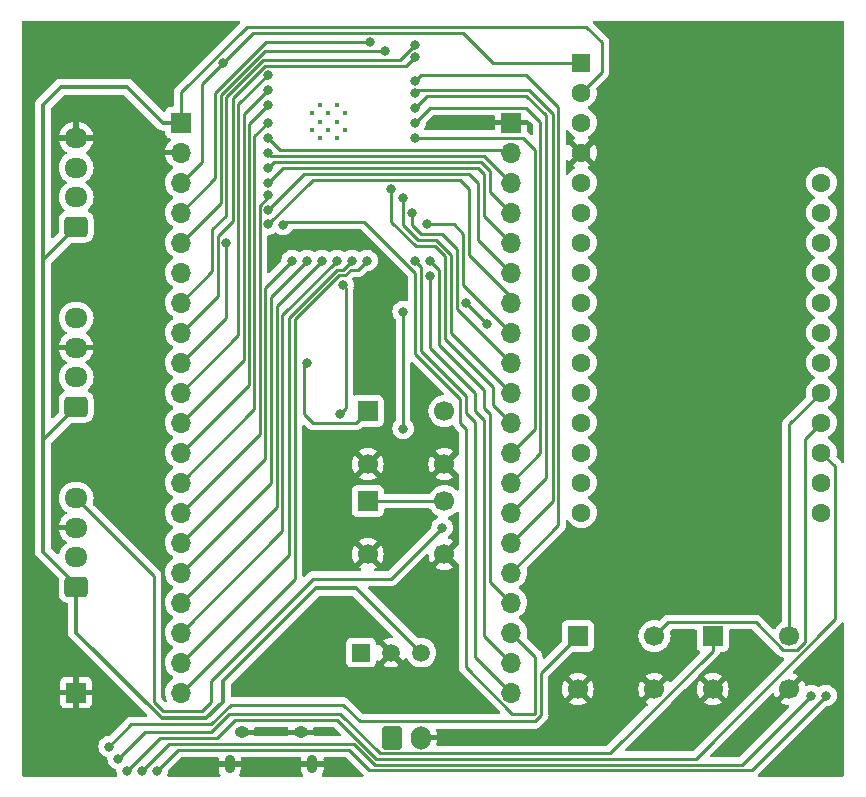
<source format=gbr>
%TF.GenerationSoftware,KiCad,Pcbnew,7.0.1*%
%TF.CreationDate,2023-04-07T14:52:09-07:00*%
%TF.ProjectId,receive mcu prototype r1,72656365-6976-4652-906d-63752070726f,rev?*%
%TF.SameCoordinates,Original*%
%TF.FileFunction,Copper,L2,Bot*%
%TF.FilePolarity,Positive*%
%FSLAX46Y46*%
G04 Gerber Fmt 4.6, Leading zero omitted, Abs format (unit mm)*
G04 Created by KiCad (PCBNEW 7.0.1) date 2023-04-07 14:52:09*
%MOMM*%
%LPD*%
G01*
G04 APERTURE LIST*
G04 Aperture macros list*
%AMRoundRect*
0 Rectangle with rounded corners*
0 $1 Rounding radius*
0 $2 $3 $4 $5 $6 $7 $8 $9 X,Y pos of 4 corners*
0 Add a 4 corners polygon primitive as box body*
4,1,4,$2,$3,$4,$5,$6,$7,$8,$9,$2,$3,0*
0 Add four circle primitives for the rounded corners*
1,1,$1+$1,$2,$3*
1,1,$1+$1,$4,$5*
1,1,$1+$1,$6,$7*
1,1,$1+$1,$8,$9*
0 Add four rect primitives between the rounded corners*
20,1,$1+$1,$2,$3,$4,$5,0*
20,1,$1+$1,$4,$5,$6,$7,0*
20,1,$1+$1,$6,$7,$8,$9,0*
20,1,$1+$1,$8,$9,$2,$3,0*%
G04 Aperture macros list end*
%TA.AperFunction,ComponentPad*%
%ADD10RoundRect,0.250000X0.725000X-0.600000X0.725000X0.600000X-0.725000X0.600000X-0.725000X-0.600000X0*%
%TD*%
%TA.AperFunction,ComponentPad*%
%ADD11O,1.950000X1.700000*%
%TD*%
%TA.AperFunction,ComponentPad*%
%ADD12R,1.508000X1.508000*%
%TD*%
%TA.AperFunction,ComponentPad*%
%ADD13C,1.508000*%
%TD*%
%TA.AperFunction,ComponentPad*%
%ADD14R,1.700000X1.700000*%
%TD*%
%TA.AperFunction,ComponentPad*%
%ADD15C,1.700000*%
%TD*%
%TA.AperFunction,ComponentPad*%
%ADD16R,1.600000X1.600000*%
%TD*%
%TA.AperFunction,ComponentPad*%
%ADD17C,1.600000*%
%TD*%
%TA.AperFunction,ComponentPad*%
%ADD18RoundRect,0.250000X-0.600000X-0.750000X0.600000X-0.750000X0.600000X0.750000X-0.600000X0.750000X0*%
%TD*%
%TA.AperFunction,ComponentPad*%
%ADD19O,1.700000X2.000000*%
%TD*%
%TA.AperFunction,ComponentPad*%
%ADD20C,0.400000*%
%TD*%
%TA.AperFunction,ComponentPad*%
%ADD21O,1.700000X1.700000*%
%TD*%
%TA.AperFunction,ComponentPad*%
%ADD22O,0.890000X1.550000*%
%TD*%
%TA.AperFunction,ComponentPad*%
%ADD23O,1.250000X0.950000*%
%TD*%
%TA.AperFunction,ViaPad*%
%ADD24C,0.800000*%
%TD*%
%TA.AperFunction,Conductor*%
%ADD25C,0.250000*%
%TD*%
%TA.AperFunction,Conductor*%
%ADD26C,0.355600*%
%TD*%
G04 APERTURE END LIST*
D10*
%TO.P,J11,1,Pin_1*%
%TO.N,+3.3V*%
X78740000Y-46910000D03*
D11*
%TO.P,J11,2,Pin_2*%
%TO.N,/GPIO17{slash}TX1*%
X78740000Y-44410000D03*
%TO.P,J11,3,Pin_3*%
%TO.N,/GPIO18{slash}RX1*%
X78740000Y-41910000D03*
%TO.P,J11,4,Pin_4*%
%TO.N,GND*%
X78740000Y-39410000D03*
%TD*%
D10*
%TO.P,J2,1,Pin_1*%
%TO.N,+3.3V*%
X78740000Y-77390000D03*
D11*
%TO.P,J2,2,Pin_2*%
%TO.N,/GPIO2*%
X78740000Y-74890000D03*
%TO.P,J2,3,Pin_3*%
%TO.N,GND*%
X78740000Y-72390000D03*
%TO.P,J2,4,Pin_4*%
%TO.N,/GPIO39*%
X78740000Y-69890000D03*
%TD*%
D12*
%TO.P,PS1,1,VIN*%
%TO.N,VCC*%
X102870000Y-82980000D03*
D13*
%TO.P,PS1,2,GND*%
%TO.N,GND*%
X105410000Y-82980000D03*
%TO.P,PS1,3,+VO*%
%TO.N,+3.3V*%
X107950000Y-82980000D03*
%TD*%
D14*
%TO.P,TP1,1,1*%
%TO.N,GND*%
X78740000Y-86360000D03*
%TD*%
%TO.P,SW3,1,1*%
%TO.N,/GPIO5*%
X121210000Y-81570000D03*
D15*
X127710000Y-81570000D03*
%TO.P,SW3,2,2*%
%TO.N,GND*%
X121210000Y-86070000D03*
X127710000Y-86070000D03*
%TD*%
D14*
%TO.P,SW4,1,1*%
%TO.N,/GPIO6*%
X132640000Y-81570000D03*
D15*
X139140000Y-81570000D03*
%TO.P,SW4,2,2*%
%TO.N,GND*%
X132640000Y-86070000D03*
X139140000Y-86070000D03*
%TD*%
D16*
%TO.P,U2,1,RST*%
%TO.N,/EN*%
X121519500Y-33020000D03*
D17*
%TO.P,U2,2,3v3*%
%TO.N,+3.3V*%
X121519500Y-35560000D03*
%TO.P,U2,3*%
%TO.N,N/C*%
X121519500Y-38100000D03*
%TO.P,U2,4,GND*%
%TO.N,GND*%
X121519500Y-40640000D03*
%TO.P,U2,5*%
%TO.N,N/C*%
X121519500Y-43180000D03*
%TO.P,U2,6*%
X121519500Y-45720000D03*
%TO.P,U2,7*%
X121519500Y-48260000D03*
%TO.P,U2,8*%
X121519500Y-50800000D03*
%TO.P,U2,9*%
X121519500Y-53340000D03*
%TO.P,U2,10*%
X121519500Y-55880000D03*
%TO.P,U2,11*%
X121519500Y-58420000D03*
%TO.P,U2,12*%
X121519500Y-60960000D03*
%TO.P,U2,13*%
X121519500Y-63500000D03*
%TO.P,U2,14*%
X121519500Y-66040000D03*
%TO.P,U2,15*%
X121519500Y-68580000D03*
%TO.P,U2,16*%
X121519500Y-71120000D03*
%TO.P,U2,17,SDA*%
%TO.N,/GPIO9*%
X141839500Y-71120000D03*
%TO.P,U2,18,SCL*%
%TO.N,/GPIO8*%
X141839500Y-68580000D03*
%TO.P,U2,19,A*%
%TO.N,/GPIO7*%
X141839500Y-66040000D03*
%TO.P,U2,20,B*%
%TO.N,/GPIO5*%
X141839500Y-63500000D03*
%TO.P,U2,21,C*%
%TO.N,/GPIO6*%
X141839500Y-60960000D03*
%TO.P,U2,22*%
%TO.N,N/C*%
X141839500Y-58420000D03*
%TO.P,U2,23*%
X141839500Y-55880000D03*
%TO.P,U2,24*%
X141839500Y-53340000D03*
%TO.P,U2,25*%
X141839500Y-50800000D03*
%TO.P,U2,26*%
X141839500Y-48260000D03*
%TO.P,U2,27*%
X141839500Y-45720000D03*
%TO.P,U2,28*%
X141839500Y-43180000D03*
%TD*%
D18*
%TO.P,J3,1,Pin_1*%
%TO.N,VCC*%
X105450000Y-90170000D03*
D19*
%TO.P,J3,2,Pin_2*%
%TO.N,GND*%
X107950000Y-90170000D03*
%TD*%
D10*
%TO.P,J1,1,Pin_1*%
%TO.N,+3.3V*%
X78740000Y-62150000D03*
D11*
%TO.P,J1,2,Pin_2*%
%TO.N,/GPIO2*%
X78740000Y-59650000D03*
%TO.P,J1,3,Pin_3*%
%TO.N,GND*%
X78740000Y-57150000D03*
%TO.P,J1,4,Pin_4*%
%TO.N,/GPIO1*%
X78740000Y-54650000D03*
%TD*%
D14*
%TO.P,SW2,1,1*%
%TO.N,/GPIO0*%
X103430000Y-70140000D03*
D15*
X109930000Y-70140000D03*
%TO.P,SW2,2,2*%
%TO.N,GND*%
X103430000Y-74640000D03*
X109930000Y-74640000D03*
%TD*%
D20*
%TO.P,U1,41_10*%
%TO.N,N/C*%
X100100000Y-37320000D03*
%TO.P,U1,41_11*%
X98700000Y-37320000D03*
%TO.P,U1,41_12*%
X101500000Y-37320000D03*
%TO.P,U1,41_13*%
X98700000Y-38720000D03*
%TO.P,U1,41_14*%
X100100000Y-38720000D03*
%TO.P,U1,41_15*%
X101500000Y-38720000D03*
%TO.P,U1,41_16*%
X99400000Y-36620000D03*
%TO.P,U1,41_17*%
X100800000Y-36620000D03*
%TO.P,U1,41_18*%
X99400000Y-38020000D03*
%TO.P,U1,41_19*%
X100800000Y-38020000D03*
%TO.P,U1,41_20*%
X99400000Y-39420000D03*
%TO.P,U1,41_21*%
X100800000Y-39420000D03*
%TD*%
D14*
%TO.P,J6,1,Pin_1*%
%TO.N,+3.3V*%
X87630000Y-38100000D03*
D21*
%TO.P,J6,2,Pin_2*%
%TO.N,GND*%
X87630000Y-40640000D03*
%TO.P,J6,3,Pin_3*%
%TO.N,/EN*%
X87630000Y-43180000D03*
%TO.P,J6,4,Pin_4*%
%TO.N,/RX*%
X87630000Y-45720000D03*
%TO.P,J6,5,Pin_5*%
%TO.N,/TX*%
X87630000Y-48260000D03*
%TO.P,J6,6,Pin_6*%
%TO.N,/GPIO0*%
X87630000Y-50800000D03*
%TO.P,J6,7,Pin_7*%
%TO.N,/GPIO1*%
X87630000Y-53340000D03*
%TO.P,J6,8,Pin_8*%
%TO.N,/GPIO2*%
X87630000Y-55880000D03*
%TO.P,J6,9,Pin_9*%
%TO.N,/GPIO3*%
X87630000Y-58420000D03*
%TO.P,J6,10,Pin_10*%
%TO.N,/GPIO4*%
X87630000Y-60960000D03*
%TO.P,J6,11,Pin_11*%
%TO.N,/GPIO5*%
X87630000Y-63500000D03*
%TO.P,J6,12,Pin_12*%
%TO.N,/GPIO6*%
X87630000Y-66040000D03*
%TO.P,J6,13,Pin_13*%
%TO.N,/GPIO7*%
X87630000Y-68580000D03*
%TO.P,J6,14,Pin_14*%
%TO.N,/GPIO8*%
X87630000Y-71120000D03*
%TO.P,J6,15,Pin_15*%
%TO.N,/GPIO9*%
X87630000Y-73660000D03*
%TO.P,J6,16,Pin_16*%
%TO.N,/GPIO10*%
X87630000Y-76200000D03*
%TO.P,J6,17,Pin_17*%
%TO.N,/GPIO11*%
X87630000Y-78740000D03*
%TO.P,J6,18,Pin_18*%
%TO.N,/GPIO12*%
X87630000Y-81280000D03*
%TO.P,J6,19,Pin_19*%
%TO.N,/GPIO13*%
X87630000Y-83820000D03*
%TO.P,J6,20,Pin_20*%
%TO.N,/GPIO14*%
X87630000Y-86360000D03*
%TD*%
D14*
%TO.P,J5,1,Pin_1*%
%TO.N,GND*%
X115570000Y-38100000D03*
D21*
%TO.P,J5,2,Pin_2*%
%TO.N,/GPIO15*%
X115570000Y-40640000D03*
%TO.P,J5,3,Pin_3*%
%TO.N,/GPIO16*%
X115570000Y-43180000D03*
%TO.P,J5,4,Pin_4*%
%TO.N,/GPIO17{slash}TX1*%
X115570000Y-45720000D03*
%TO.P,J5,5,Pin_5*%
%TO.N,/GPIO18{slash}RX1*%
X115570000Y-48260000D03*
%TO.P,J5,6,Pin_6*%
%TO.N,/GPIO19*%
X115570000Y-50800000D03*
%TO.P,J5,7,Pin_7*%
%TO.N,/GPIO20*%
X115570000Y-53340000D03*
%TO.P,J5,8,Pin_8*%
%TO.N,/GPIO21*%
X115570000Y-55880000D03*
%TO.P,J5,9,Pin_9*%
%TO.N,/GPIO35*%
X115570000Y-58420000D03*
%TO.P,J5,10,Pin_10*%
%TO.N,/GPIO36*%
X115570000Y-60960000D03*
%TO.P,J5,11,Pin_11*%
%TO.N,/GPIO37*%
X115570000Y-63500000D03*
%TO.P,J5,12,Pin_12*%
%TO.N,/GPIO38*%
X115570000Y-66040000D03*
%TO.P,J5,13,Pin_13*%
%TO.N,/GPIO39*%
X115570000Y-68580000D03*
%TO.P,J5,14,Pin_14*%
%TO.N,/GPIO40*%
X115570000Y-71120000D03*
%TO.P,J5,15,Pin_15*%
%TO.N,/GPIO41*%
X115570000Y-73660000D03*
%TO.P,J5,16,Pin_16*%
%TO.N,/GPIO42*%
X115570000Y-76200000D03*
%TO.P,J5,17,Pin_17*%
%TO.N,/GPIO45*%
X115570000Y-78740000D03*
%TO.P,J5,18,Pin_18*%
%TO.N,/GPIO46*%
X115570000Y-81280000D03*
%TO.P,J5,19,Pin_19*%
%TO.N,/GPIO47*%
X115570000Y-83820000D03*
%TO.P,J5,20,Pin_20*%
%TO.N,/GPIO48*%
X115570000Y-86360000D03*
%TD*%
D14*
%TO.P,SW1,1,1*%
%TO.N,/EN*%
X103430000Y-62520000D03*
D15*
X109930000Y-62520000D03*
%TO.P,SW1,2,2*%
%TO.N,GND*%
X103430000Y-67020000D03*
X109930000Y-67020000D03*
%TD*%
D22*
%TO.P,J4,6,Shield*%
%TO.N,GND*%
X91750000Y-92440000D03*
D23*
X92750000Y-89740000D03*
X97750000Y-89740000D03*
D22*
X98750000Y-92440000D03*
%TD*%
D24*
%TO.N,GND*%
X110998000Y-86360000D03*
X75692000Y-81280000D03*
X102108000Y-80010000D03*
X100838000Y-86106000D03*
X135890000Y-37465000D03*
X81026000Y-30734000D03*
X122682000Y-88900000D03*
X83820000Y-44704000D03*
X83566000Y-51054000D03*
X76200000Y-30734000D03*
X84328000Y-61722000D03*
X104140000Y-55880000D03*
X108712000Y-79502000D03*
X125730000Y-31496000D03*
X85598000Y-30734000D03*
X92886689Y-86209289D03*
X105156000Y-61468000D03*
X76708000Y-90932000D03*
X98044000Y-85090000D03*
%TO.N,/EN*%
X98270500Y-58420000D03*
X91186000Y-33020000D03*
%TO.N,/GPIO0*%
X111760000Y-53340000D03*
X113538000Y-55118000D03*
%TO.N,/GPIO2*%
X107446299Y-32516299D03*
%TO.N,/GPIO1*%
X107442000Y-31496000D03*
%TO.N,/GPIO39*%
X107442000Y-38100000D03*
X109728000Y-72390000D03*
%TO.N,/GPIO15*%
X94996000Y-39370000D03*
%TO.N,/GPIO16*%
X94996000Y-40640000D03*
%TO.N,/GPIO17{slash}TX1*%
X94996000Y-41910000D03*
%TO.N,/GPIO18{slash}RX1*%
X94996000Y-43180000D03*
%TO.N,/GPIO19*%
X94996000Y-45466000D03*
%TO.N,/GPIO20*%
X94996000Y-46710498D03*
%TO.N,/GPIO21*%
X108423902Y-46710500D03*
%TO.N,/GPIO35*%
X107188000Y-45720000D03*
%TO.N,/GPIO36*%
X106426000Y-44450000D03*
%TO.N,/GPIO37*%
X105410000Y-43688000D03*
%TO.N,/GPIO38*%
X107442000Y-39370000D03*
%TO.N,/GPIO40*%
X107442000Y-36830000D03*
%TO.N,/GPIO41*%
X107442000Y-35592000D03*
%TO.N,/GPIO42*%
X107442000Y-34544000D03*
%TO.N,/GPIO45*%
X108712000Y-49784000D03*
%TO.N,/GPIO46*%
X96266000Y-46736000D03*
%TO.N,/GPIO47*%
X108712000Y-51054000D03*
%TO.N,/GPIO48*%
X107442000Y-49784000D03*
%TO.N,/RX*%
X103632000Y-31242000D03*
%TO.N,/TX*%
X104902000Y-32004000D03*
%TO.N,/GPIO3*%
X91440000Y-48260000D03*
%TO.N,/GPIO4*%
X94996000Y-34036000D03*
%TO.N,/GPIO5*%
X81534000Y-90932000D03*
X94996000Y-35306000D03*
%TO.N,/GPIO6*%
X94996000Y-36576000D03*
X82296000Y-91948000D03*
%TO.N,/GPIO7*%
X83058000Y-92964000D03*
X94996000Y-38100000D03*
%TO.N,/GPIO8*%
X94996000Y-44196000D03*
X84328000Y-92964000D03*
X140970000Y-86614000D03*
%TO.N,/GPIO9*%
X85598000Y-92964000D03*
X97028000Y-49784000D03*
X142240000Y-86614000D03*
%TO.N,/GPIO10*%
X98298000Y-49784000D03*
%TO.N,/GPIO11*%
X99568000Y-49784000D03*
%TO.N,/GPIO12*%
X100838000Y-49784000D03*
%TO.N,/GPIO13*%
X102108000Y-49784000D03*
%TO.N,/GPIO14*%
X103378000Y-49784000D03*
%TO.N,/usb/RTS*%
X101092000Y-62775500D03*
X101346000Y-51816000D03*
%TO.N,/usb/DTR*%
X106426000Y-54102000D03*
X106426000Y-64008000D03*
%TD*%
D25*
%TO.N,GND*%
X135890000Y-37465000D02*
X131699000Y-37465000D01*
X131699000Y-37465000D02*
X125730000Y-31496000D01*
D26*
%TO.N,+3.3V*%
X91186000Y-87122000D02*
X91186000Y-85344000D01*
X102440000Y-77470000D02*
X107950000Y-82980000D01*
X75946000Y-49704000D02*
X78740000Y-46910000D01*
D25*
X121920000Y-29972000D02*
X93208695Y-29972000D01*
D26*
X75946000Y-74422000D02*
X75946000Y-64944000D01*
X86106000Y-38100000D02*
X87630000Y-38100000D01*
X78740000Y-77390000D02*
X78740000Y-81280000D01*
X75946000Y-64944000D02*
X78740000Y-62150000D01*
X75946000Y-49704000D02*
X75946000Y-36576000D01*
D25*
X93208695Y-29972000D02*
X87630000Y-35550695D01*
X123243750Y-33835750D02*
X123243750Y-31295750D01*
D26*
X91186000Y-85344000D02*
X99060000Y-77470000D01*
D25*
X87630000Y-35550695D02*
X87630000Y-38100000D01*
D26*
X75946000Y-64944000D02*
X75946000Y-49704000D01*
X75946000Y-36576000D02*
X77470000Y-35052000D01*
D25*
X123243750Y-31295750D02*
X121920000Y-29972000D01*
D26*
X83058000Y-35052000D02*
X86106000Y-38100000D01*
X85995200Y-88535200D02*
X89772800Y-88535200D01*
X77470000Y-35052000D02*
X83058000Y-35052000D01*
D25*
X121519500Y-35560000D02*
X123243750Y-33835750D01*
D26*
X78740000Y-81280000D02*
X85995200Y-88535200D01*
X75946000Y-74422000D02*
X78740000Y-77216000D01*
X99060000Y-77470000D02*
X102440000Y-77470000D01*
X89772800Y-88535200D02*
X91186000Y-87122000D01*
D25*
%TO.N,/EN*%
X89408000Y-34798000D02*
X91186000Y-33020000D01*
X98044000Y-58646500D02*
X98270500Y-58420000D01*
X98806000Y-63500000D02*
X98044000Y-62738000D01*
X87630000Y-43180000D02*
X89408000Y-41402000D01*
X93726000Y-30480000D02*
X91186000Y-33020000D01*
X89408000Y-41402000D02*
X89408000Y-34798000D01*
X102450000Y-63500000D02*
X98806000Y-63500000D01*
X121519500Y-33020000D02*
X114046000Y-33020000D01*
X98044000Y-62738000D02*
X98044000Y-58646500D01*
X114046000Y-33020000D02*
X111506000Y-30480000D01*
X111506000Y-30480000D02*
X93726000Y-30480000D01*
X103430000Y-62520000D02*
X102450000Y-63500000D01*
%TO.N,/GPIO0*%
X113538000Y-55118000D02*
X111760000Y-53340000D01*
X103430000Y-70140000D02*
X109930000Y-70140000D01*
%TO.N,/GPIO2*%
X92021000Y-35985695D02*
X92021000Y-46409000D01*
X90715000Y-47715000D02*
X90715000Y-52795000D01*
X90715000Y-52795000D02*
X87630000Y-55880000D01*
X94732695Y-33274000D02*
X92021000Y-35985695D01*
X106688598Y-33274000D02*
X94732695Y-33274000D01*
X92021000Y-46409000D02*
X90715000Y-47715000D01*
X107446299Y-32516299D02*
X106688598Y-33274000D01*
%TO.N,/GPIO1*%
X90265000Y-50705000D02*
X90265000Y-47149000D01*
X90265000Y-47149000D02*
X91440000Y-45974000D01*
X91440000Y-35930298D02*
X94604298Y-32766000D01*
X87630000Y-53340000D02*
X90265000Y-50705000D01*
X94604298Y-32766000D02*
X106172000Y-32766000D01*
X91440000Y-45974000D02*
X91440000Y-35930298D01*
X106172000Y-32766000D02*
X107442000Y-31496000D01*
%TO.N,/GPIO39*%
X105410000Y-76708000D02*
X109728000Y-72390000D01*
X78740000Y-69890000D02*
X85344000Y-76494000D01*
X90170000Y-87122000D02*
X90170000Y-85344000D01*
X90170000Y-85344000D02*
X98806000Y-76708000D01*
X89408000Y-87884000D02*
X90170000Y-87122000D01*
X85344000Y-87122000D02*
X86106000Y-87884000D01*
X86106000Y-87884000D02*
X89408000Y-87884000D01*
X115570000Y-68580000D02*
X118052000Y-66098000D01*
X118052000Y-38042000D02*
X116840000Y-36830000D01*
X108712000Y-36830000D02*
X107442000Y-38100000D01*
X116840000Y-36830000D02*
X108712000Y-36830000D01*
X98806000Y-76708000D02*
X105410000Y-76708000D01*
X85344000Y-76494000D02*
X85344000Y-87122000D01*
X118052000Y-66098000D02*
X118052000Y-38042000D01*
%TO.N,/GPIO15*%
X96012000Y-40386000D02*
X94996000Y-39370000D01*
X115316000Y-40386000D02*
X96012000Y-40386000D01*
%TO.N,/GPIO16*%
X95250000Y-40894000D02*
X94996000Y-40640000D01*
X113284000Y-40894000D02*
X95250000Y-40894000D01*
X115570000Y-43180000D02*
X113284000Y-40894000D01*
%TO.N,/GPIO17{slash}TX1*%
X113792000Y-42164000D02*
X113030000Y-41402000D01*
X113792000Y-43942000D02*
X113792000Y-42164000D01*
X113030000Y-41402000D02*
X95504000Y-41402000D01*
X95504000Y-41402000D02*
X94996000Y-41910000D01*
X115570000Y-45720000D02*
X113792000Y-43942000D01*
%TO.N,/GPIO18{slash}RX1*%
X113284000Y-45974000D02*
X113284000Y-42418000D01*
X113284000Y-42418000D02*
X112776000Y-41910000D01*
X115570000Y-48260000D02*
X113284000Y-45974000D01*
X112776000Y-41910000D02*
X96266000Y-41910000D01*
X96266000Y-41910000D02*
X94996000Y-43180000D01*
%TO.N,/GPIO19*%
X115570000Y-50800000D02*
X112776000Y-48006000D01*
X112776000Y-43180000D02*
X112014000Y-42418000D01*
X98044000Y-42418000D02*
X94996000Y-45466000D01*
X112776000Y-48006000D02*
X112776000Y-43180000D01*
X112014000Y-42418000D02*
X98044000Y-42418000D01*
%TO.N,/GPIO20*%
X112014000Y-49276000D02*
X112014000Y-43688000D01*
X111252000Y-42926000D02*
X98780498Y-42926000D01*
X112014000Y-43688000D02*
X111252000Y-42926000D01*
X98780498Y-42926000D02*
X94996000Y-46710498D01*
X115570000Y-52832000D02*
X112014000Y-49276000D01*
%TO.N,/GPIO21*%
X111506000Y-51816000D02*
X115570000Y-55880000D01*
X110718500Y-46710500D02*
X108423902Y-46710500D01*
X111506000Y-47498000D02*
X110718500Y-46710500D01*
X111506000Y-51816000D02*
X111506000Y-47498000D01*
%TO.N,/GPIO35*%
X115570000Y-58420000D02*
X110998000Y-53848000D01*
X107950000Y-47498000D02*
X107188000Y-46736000D01*
X107188000Y-46736000D02*
X107188000Y-45720000D01*
X110998000Y-53848000D02*
X110998000Y-48768000D01*
X109728000Y-47498000D02*
X107950000Y-47498000D01*
X110998000Y-48768000D02*
X109728000Y-47498000D01*
%TO.N,/GPIO36*%
X110490000Y-49276000D02*
X109220000Y-48006000D01*
X115570000Y-60960000D02*
X110490000Y-55880000D01*
X110490000Y-55880000D02*
X110490000Y-49276000D01*
X106426000Y-46736000D02*
X106426000Y-44450000D01*
X109220000Y-48006000D02*
X107696000Y-48006000D01*
X107696000Y-48006000D02*
X106426000Y-46736000D01*
%TO.N,/GPIO37*%
X114046000Y-61976000D02*
X114046000Y-60452000D01*
X105410000Y-46482000D02*
X105410000Y-43688000D01*
X115570000Y-63500000D02*
X114046000Y-61976000D01*
X109155802Y-48578198D02*
X107506198Y-48578198D01*
X107506198Y-48578198D02*
X105410000Y-46482000D01*
X114046000Y-60452000D02*
X109982000Y-56388000D01*
X109982000Y-49404396D02*
X109155802Y-48578198D01*
X109982000Y-56388000D02*
X109982000Y-49404396D01*
%TO.N,/GPIO38*%
X116586000Y-39370000D02*
X107442000Y-39370000D01*
X117602000Y-64008000D02*
X117602000Y-40386000D01*
X115570000Y-66040000D02*
X117602000Y-64008000D01*
X117602000Y-40386000D02*
X116586000Y-39370000D01*
%TO.N,/GPIO40*%
X118502000Y-68188000D02*
X118502000Y-37476000D01*
X108458000Y-35814000D02*
X107442000Y-36830000D01*
X115570000Y-71120000D02*
X118502000Y-68188000D01*
X116840000Y-35814000D02*
X108458000Y-35814000D01*
X118502000Y-37476000D02*
X116840000Y-35814000D01*
%TO.N,/GPIO41*%
X119126000Y-70104000D02*
X115570000Y-73660000D01*
X107728000Y-35306000D02*
X117094000Y-35306000D01*
X107442000Y-35592000D02*
X107728000Y-35306000D01*
X117094000Y-35306000D02*
X119126000Y-37338000D01*
X119126000Y-37338000D02*
X119126000Y-70104000D01*
%TO.N,/GPIO42*%
X107442000Y-34544000D02*
X107950000Y-34036000D01*
X107950000Y-34036000D02*
X116840000Y-34036000D01*
X119576000Y-72194000D02*
X115570000Y-76200000D01*
X119576000Y-36772000D02*
X119576000Y-72194000D01*
X116840000Y-34036000D02*
X119576000Y-36772000D01*
%TO.N,/GPIO45*%
X115570000Y-78740000D02*
X113792000Y-76962000D01*
X109474000Y-56896000D02*
X109474000Y-50546000D01*
X113792000Y-76962000D02*
X113792000Y-62738000D01*
X113284000Y-60706000D02*
X109474000Y-56896000D01*
X109474000Y-50546000D02*
X108712000Y-49784000D01*
X113792000Y-62738000D02*
X113284000Y-62230000D01*
X113284000Y-62230000D02*
X113284000Y-60706000D01*
%TO.N,/GPIO46*%
X103124000Y-46482000D02*
X96520000Y-46482000D01*
X111252000Y-63500000D02*
X111252000Y-61468000D01*
X111252000Y-61468000D02*
X107442000Y-57658000D01*
X111760000Y-84211701D02*
X111760000Y-64008000D01*
X96520000Y-46482000D02*
X96266000Y-46736000D01*
X107432695Y-50800000D02*
X103124000Y-46491305D01*
X111760000Y-64008000D02*
X111252000Y-63500000D01*
X117602000Y-88138000D02*
X115686299Y-88138000D01*
X115686299Y-88138000D02*
X111760000Y-84211701D01*
X107442000Y-57658000D02*
X107442000Y-50800000D01*
X115570000Y-81280000D02*
X117602000Y-83312000D01*
X107442000Y-50800000D02*
X107432695Y-50800000D01*
X103124000Y-46491305D02*
X103124000Y-46482000D01*
X117602000Y-83312000D02*
X117602000Y-88138000D01*
%TO.N,/GPIO47*%
X112522000Y-62484000D02*
X112522000Y-60960000D01*
X108712000Y-57150000D02*
X108712000Y-51054000D01*
X112522000Y-60960000D02*
X108712000Y-57150000D01*
X115570000Y-83820000D02*
X113284000Y-81534000D01*
X113284000Y-63246000D02*
X112522000Y-62484000D01*
X113284000Y-81534000D02*
X113284000Y-63246000D01*
%TO.N,/GPIO48*%
X112522000Y-63450299D02*
X111760000Y-62688298D01*
X112522000Y-83312000D02*
X112522000Y-63450299D01*
X111760000Y-62688298D02*
X111760000Y-61214000D01*
X115570000Y-86360000D02*
X112522000Y-83312000D01*
X111760000Y-61214000D02*
X107950000Y-57404000D01*
X107950000Y-50292000D02*
X107442000Y-49784000D01*
X107950000Y-57404000D02*
X107950000Y-50292000D01*
%TO.N,/RX*%
X90540000Y-42810000D02*
X90540000Y-35557506D01*
X87630000Y-45720000D02*
X90540000Y-42810000D01*
X94855506Y-31242000D02*
X103632000Y-31242000D01*
X90540000Y-35557506D02*
X94855506Y-31242000D01*
%TO.N,/TX*%
X90990000Y-44900000D02*
X90990000Y-35743902D01*
X94729902Y-32004000D02*
X104902000Y-32004000D01*
X87630000Y-48260000D02*
X90990000Y-44900000D01*
X90990000Y-35743902D02*
X94729902Y-32004000D01*
%TO.N,/GPIO3*%
X87630000Y-58420000D02*
X91440000Y-54610000D01*
X91440000Y-54610000D02*
X91440000Y-48260000D01*
%TO.N,/GPIO4*%
X92471000Y-36561000D02*
X94996000Y-34036000D01*
X92471000Y-56119000D02*
X92471000Y-36561000D01*
X87630000Y-60960000D02*
X92471000Y-56119000D01*
%TO.N,/GPIO5*%
X91822396Y-87376000D02*
X101346000Y-87376000D01*
X102768198Y-88798198D02*
X117578198Y-88798198D01*
X101346000Y-87376000D02*
X102768198Y-88798198D01*
X127710000Y-81570000D02*
X128885000Y-80395000D01*
X92921000Y-37381000D02*
X94996000Y-35306000D01*
X117578198Y-88798198D02*
X118110000Y-88266396D01*
X128885000Y-80395000D02*
X136275000Y-80395000D01*
X138625000Y-82745000D02*
X139759000Y-82745000D01*
X140462000Y-64877500D02*
X141839500Y-63500000D01*
X83428000Y-89038000D02*
X90160396Y-89038000D01*
X92921000Y-58209000D02*
X92921000Y-37381000D01*
X136275000Y-80395000D02*
X138625000Y-82745000D01*
X118110000Y-84670000D02*
X121210000Y-81570000D01*
X87630000Y-63500000D02*
X92921000Y-58209000D01*
X140462000Y-82042000D02*
X140462000Y-64877500D01*
X139759000Y-82745000D02*
X140462000Y-82042000D01*
X81534000Y-90932000D02*
X83428000Y-89038000D01*
X118110000Y-88266396D02*
X118110000Y-84670000D01*
X90160396Y-89038000D02*
X91822396Y-87376000D01*
%TO.N,/GPIO6*%
X87630000Y-66040000D02*
X93371000Y-60299000D01*
X104449000Y-91495000D02*
X123946701Y-91495000D01*
X91696792Y-88138000D02*
X101092000Y-88138000D01*
X82296000Y-91948000D02*
X84582000Y-89662000D01*
X93371000Y-60299000D02*
X93371000Y-38201000D01*
X101092000Y-88138000D02*
X104449000Y-91495000D01*
X90172792Y-89662000D02*
X91696792Y-88138000D01*
X139140000Y-81570000D02*
X139140000Y-63659500D01*
X93371000Y-38201000D02*
X94996000Y-36576000D01*
X139140000Y-63659500D02*
X141839500Y-60960000D01*
X132640000Y-82801701D02*
X132640000Y-81570000D01*
X123946701Y-91495000D02*
X132640000Y-82801701D01*
X84582000Y-89662000D02*
X90172792Y-89662000D01*
%TO.N,/GPIO7*%
X90678000Y-90170000D02*
X92202000Y-88646000D01*
X83058000Y-92964000D02*
X85852000Y-90170000D01*
X143002000Y-67202500D02*
X141839500Y-66040000D01*
X100838000Y-88646000D02*
X104137000Y-91945000D01*
X143002000Y-80138396D02*
X143002000Y-67202500D01*
X93821000Y-62389000D02*
X93821000Y-39275000D01*
X92202000Y-88646000D02*
X100838000Y-88646000D01*
X87630000Y-68580000D02*
X93821000Y-62389000D01*
X131195396Y-91945000D02*
X143002000Y-80138396D01*
X104137000Y-91945000D02*
X131195396Y-91945000D01*
X93821000Y-39275000D02*
X94996000Y-38100000D01*
X85852000Y-90170000D02*
X90678000Y-90170000D01*
%TO.N,/GPIO8*%
X94271000Y-45165695D02*
X94271000Y-64479000D01*
X135128000Y-92456000D02*
X140970000Y-86614000D01*
X102233604Y-90678000D02*
X104011604Y-92456000D01*
X94271000Y-64479000D02*
X87630000Y-71120000D01*
X104011604Y-92456000D02*
X135128000Y-92456000D01*
X84328000Y-92964000D02*
X86614000Y-90678000D01*
X94996000Y-44196000D02*
X94996000Y-44440695D01*
X94996000Y-44440695D02*
X94271000Y-45165695D01*
X86614000Y-90678000D02*
X102233604Y-90678000D01*
%TO.N,/GPIO9*%
X87630000Y-73660000D02*
X94742000Y-66548000D01*
X103574000Y-92906000D02*
X101854000Y-91186000D01*
X101854000Y-91186000D02*
X87376000Y-91186000D01*
X135948000Y-92906000D02*
X103574000Y-92906000D01*
X87376000Y-91186000D02*
X85598000Y-92964000D01*
X94742000Y-52070000D02*
X97028000Y-49784000D01*
X142240000Y-86614000D02*
X135948000Y-92906000D01*
X94742000Y-66548000D02*
X94742000Y-52070000D01*
%TO.N,/GPIO10*%
X87630000Y-76200000D02*
X95250000Y-68580000D01*
X95250000Y-52832000D02*
X98298000Y-49784000D01*
X95250000Y-68580000D02*
X95250000Y-52832000D01*
%TO.N,/GPIO11*%
X95758000Y-70612000D02*
X95758000Y-53594000D01*
X95758000Y-53594000D02*
X99568000Y-49784000D01*
X87630000Y-78740000D02*
X95758000Y-70612000D01*
%TO.N,/GPIO12*%
X96208000Y-72702000D02*
X96208000Y-54414000D01*
X96208000Y-54414000D02*
X100838000Y-49784000D01*
X87630000Y-81280000D02*
X96208000Y-72702000D01*
%TO.N,/GPIO13*%
X101346000Y-50546000D02*
X100838000Y-50546000D01*
X102108000Y-49784000D02*
X101346000Y-50546000D01*
X100838000Y-50546000D02*
X96774000Y-54610000D01*
X96774000Y-74676000D02*
X87630000Y-83820000D01*
X96774000Y-54610000D02*
X96774000Y-74676000D01*
%TO.N,/GPIO14*%
X103378000Y-49784000D02*
X102616000Y-50546000D01*
X97282000Y-54738396D02*
X97282000Y-76708000D01*
X97282000Y-76708000D02*
X87630000Y-86360000D01*
X101024396Y-50996000D02*
X97282000Y-54738396D01*
X101532396Y-50996000D02*
X101024396Y-50996000D01*
X101982396Y-50546000D02*
X101532396Y-50996000D01*
X102616000Y-50546000D02*
X101982396Y-50546000D01*
%TO.N,/usb/RTS*%
X101600000Y-62267500D02*
X101600000Y-52070000D01*
X101600000Y-52070000D02*
X101346000Y-51816000D01*
X101092000Y-62775500D02*
X101600000Y-62267500D01*
%TO.N,/usb/DTR*%
X106426000Y-64008000D02*
X106426000Y-54102000D01*
%TD*%
%TA.AperFunction,Conductor*%
%TO.N,GND*%
G36*
X143707756Y-80434902D02*
G01*
X143749036Y-80479701D01*
X143764000Y-80538753D01*
X143764000Y-93348000D01*
X143747387Y-93410000D01*
X143702000Y-93455387D01*
X143640000Y-93472000D01*
X136565951Y-93472000D01*
X136509656Y-93458485D01*
X136465633Y-93420885D01*
X136443478Y-93367398D01*
X136448020Y-93309682D01*
X136478270Y-93260319D01*
X139318590Y-90420000D01*
X142187770Y-87550819D01*
X142227999Y-87523939D01*
X142275452Y-87514500D01*
X142334648Y-87514500D01*
X142458083Y-87488262D01*
X142519803Y-87475144D01*
X142692730Y-87398151D01*
X142845871Y-87286888D01*
X142972533Y-87146216D01*
X143067179Y-86982284D01*
X143125674Y-86802256D01*
X143145460Y-86614000D01*
X143125674Y-86425744D01*
X143067179Y-86245716D01*
X143067179Y-86245715D01*
X142972533Y-86081783D01*
X142845870Y-85941110D01*
X142692730Y-85829848D01*
X142519802Y-85752855D01*
X142334648Y-85713500D01*
X142334646Y-85713500D01*
X142145354Y-85713500D01*
X142145352Y-85713500D01*
X141960197Y-85752855D01*
X141787269Y-85829848D01*
X141677885Y-85909321D01*
X141630781Y-85930293D01*
X141579219Y-85930293D01*
X141532115Y-85909321D01*
X141422730Y-85829848D01*
X141249802Y-85752855D01*
X141064648Y-85713500D01*
X141064646Y-85713500D01*
X140875354Y-85713500D01*
X140875352Y-85713500D01*
X140690198Y-85752854D01*
X140610596Y-85788296D01*
X140558537Y-85799005D01*
X140506777Y-85786936D01*
X140464824Y-85754306D01*
X140440386Y-85707109D01*
X140413430Y-85606508D01*
X140313599Y-85392421D01*
X140254926Y-85308626D01*
X140254925Y-85308625D01*
X139140000Y-86423553D01*
X138378625Y-87184925D01*
X138462420Y-87243599D01*
X138676507Y-87343430D01*
X138904681Y-87404569D01*
X138998543Y-87412781D01*
X139063222Y-87437933D01*
X139104258Y-87493898D01*
X139108797Y-87563147D01*
X139075417Y-87623990D01*
X134905228Y-91794181D01*
X134865000Y-91821061D01*
X134817547Y-91830500D01*
X132493848Y-91830500D01*
X132437553Y-91816985D01*
X132393530Y-91779385D01*
X132371375Y-91725898D01*
X132375917Y-91668182D01*
X132406167Y-91618819D01*
X133666986Y-90358000D01*
X137635440Y-86389544D01*
X137691024Y-86357453D01*
X137755211Y-86357453D01*
X137810799Y-86389546D01*
X137842893Y-86445133D01*
X137866570Y-86533493D01*
X137966400Y-86747580D01*
X138025073Y-86831373D01*
X139901373Y-84955073D01*
X139901373Y-84955072D01*
X139817580Y-84896400D01*
X139603493Y-84796570D01*
X139515133Y-84772893D01*
X139459546Y-84740799D01*
X139427453Y-84685211D01*
X139427453Y-84621024D01*
X139459545Y-84565440D01*
X143385786Y-80639198D01*
X143401887Y-80626300D01*
X143403874Y-80624183D01*
X143403877Y-80624182D01*
X143449932Y-80575137D01*
X143452613Y-80572372D01*
X143472120Y-80552866D01*
X143474581Y-80549691D01*
X143482152Y-80540827D01*
X143512062Y-80508978D01*
X143521713Y-80491422D01*
X143532396Y-80475159D01*
X143542025Y-80462745D01*
X143590047Y-80425260D01*
X143650123Y-80415167D01*
X143707756Y-80434902D01*
G37*
%TD.AperFunction*%
%TA.AperFunction,Conductor*%
G36*
X90747715Y-91823489D02*
G01*
X90790623Y-91857139D01*
X90814947Y-91905942D01*
X90815983Y-91960461D01*
X90805000Y-92013904D01*
X90805000Y-92190000D01*
X92695000Y-92190000D01*
X92695000Y-92062082D01*
X92683403Y-91948045D01*
X92695439Y-91880891D01*
X92741175Y-91830268D01*
X92806767Y-91811500D01*
X97694521Y-91811500D01*
X97747715Y-91823489D01*
X97790623Y-91857139D01*
X97814947Y-91905942D01*
X97815983Y-91960461D01*
X97805000Y-92013904D01*
X97805000Y-92190000D01*
X99695000Y-92190000D01*
X99695000Y-92062082D01*
X99683403Y-91948045D01*
X99695439Y-91880891D01*
X99741175Y-91830268D01*
X99806767Y-91811500D01*
X101543548Y-91811500D01*
X101591001Y-91820939D01*
X101631229Y-91847819D01*
X103043728Y-93260319D01*
X103073978Y-93309682D01*
X103078520Y-93367398D01*
X103056365Y-93420885D01*
X103012342Y-93458485D01*
X102956047Y-93472000D01*
X99650145Y-93472000D01*
X99585892Y-93454054D01*
X99540236Y-93405412D01*
X99526394Y-93340151D01*
X99548370Y-93277163D01*
X99580517Y-93230975D01*
X99656309Y-93054358D01*
X99695000Y-92866095D01*
X99695000Y-92690000D01*
X97805000Y-92690000D01*
X97805000Y-92817918D01*
X97819571Y-92961210D01*
X97877107Y-93144587D01*
X97956608Y-93287823D01*
X97972179Y-93349571D01*
X97955049Y-93410905D01*
X97909735Y-93455648D01*
X97848189Y-93472000D01*
X92650145Y-93472000D01*
X92585892Y-93454054D01*
X92540236Y-93405412D01*
X92526394Y-93340151D01*
X92548370Y-93277163D01*
X92580517Y-93230975D01*
X92656309Y-93054358D01*
X92695000Y-92866095D01*
X92695000Y-92690000D01*
X90805000Y-92690000D01*
X90805000Y-92817918D01*
X90819571Y-92961210D01*
X90877107Y-93144587D01*
X90956608Y-93287823D01*
X90972179Y-93349571D01*
X90955049Y-93410905D01*
X90909735Y-93455648D01*
X90848189Y-93472000D01*
X86550454Y-93472000D01*
X86494159Y-93458485D01*
X86450136Y-93420885D01*
X86427981Y-93367398D01*
X86432523Y-93309682D01*
X86458096Y-93230975D01*
X86483674Y-93152256D01*
X86501321Y-92984344D01*
X86512721Y-92943925D01*
X86536958Y-92909630D01*
X87598770Y-91847819D01*
X87638999Y-91820939D01*
X87686452Y-91811500D01*
X90694521Y-91811500D01*
X90747715Y-91823489D01*
G37*
%TD.AperFunction*%
%TA.AperFunction,Conductor*%
G36*
X92589036Y-29477515D02*
G01*
X92633059Y-29515115D01*
X92655214Y-29568602D01*
X92650672Y-29626318D01*
X92620422Y-29675681D01*
X87246208Y-35049894D01*
X87230110Y-35062791D01*
X87182096Y-35113920D01*
X87179391Y-35116712D01*
X87159874Y-35136229D01*
X87157415Y-35139400D01*
X87149842Y-35148267D01*
X87119935Y-35180115D01*
X87110285Y-35197669D01*
X87099609Y-35213923D01*
X87087326Y-35229758D01*
X87069975Y-35269853D01*
X87064838Y-35280339D01*
X87043802Y-35318602D01*
X87038821Y-35338004D01*
X87032520Y-35356406D01*
X87024561Y-35374797D01*
X87017728Y-35417937D01*
X87015360Y-35429369D01*
X87004500Y-35471673D01*
X87004500Y-35491711D01*
X87002973Y-35511110D01*
X86999840Y-35530889D01*
X87003950Y-35574370D01*
X87004500Y-35586039D01*
X87004500Y-36625501D01*
X86987887Y-36687501D01*
X86942500Y-36732888D01*
X86880500Y-36749501D01*
X86732128Y-36749501D01*
X86709737Y-36751908D01*
X86672515Y-36755909D01*
X86537669Y-36806204D01*
X86422454Y-36892454D01*
X86336202Y-37007671D01*
X86304945Y-37091475D01*
X86269966Y-37141854D01*
X86215122Y-37169307D01*
X86153829Y-37167118D01*
X86101083Y-37135822D01*
X83554782Y-34589521D01*
X83549648Y-34584067D01*
X83511101Y-34540557D01*
X83463276Y-34507546D01*
X83457242Y-34503106D01*
X83411487Y-34467259D01*
X83402858Y-34463375D01*
X83383319Y-34452354D01*
X83375538Y-34446984D01*
X83321196Y-34426375D01*
X83314275Y-34423509D01*
X83261274Y-34399655D01*
X83251974Y-34397951D01*
X83230359Y-34391925D01*
X83221520Y-34388573D01*
X83163827Y-34381567D01*
X83156424Y-34380440D01*
X83099256Y-34369964D01*
X83099255Y-34369964D01*
X83041236Y-34373474D01*
X83033748Y-34373700D01*
X77494240Y-34373700D01*
X77486753Y-34373474D01*
X77481014Y-34373126D01*
X77428744Y-34369965D01*
X77428743Y-34369965D01*
X77371586Y-34380439D01*
X77364184Y-34381565D01*
X77306480Y-34388573D01*
X77306478Y-34388573D01*
X77306476Y-34388574D01*
X77297630Y-34391928D01*
X77276032Y-34397949D01*
X77266722Y-34399655D01*
X77213733Y-34423504D01*
X77206816Y-34426369D01*
X77152461Y-34446984D01*
X77144671Y-34452361D01*
X77125132Y-34463381D01*
X77116510Y-34467261D01*
X77070757Y-34503105D01*
X77064729Y-34507541D01*
X77016899Y-34540556D01*
X76978350Y-34584068D01*
X76973217Y-34589520D01*
X75483520Y-36079217D01*
X75478068Y-36084350D01*
X75434555Y-36122900D01*
X75401541Y-36170729D01*
X75397104Y-36176760D01*
X75361258Y-36222514D01*
X75357374Y-36231144D01*
X75346360Y-36250673D01*
X75340983Y-36258463D01*
X75320372Y-36312810D01*
X75317507Y-36319727D01*
X75293656Y-36372723D01*
X75291951Y-36382026D01*
X75285926Y-36403637D01*
X75282573Y-36412477D01*
X75275567Y-36470172D01*
X75274440Y-36477573D01*
X75263964Y-36534742D01*
X75267474Y-36592764D01*
X75267700Y-36600252D01*
X75267700Y-49631090D01*
X75265669Y-49653440D01*
X75263964Y-49662745D01*
X75264369Y-49669432D01*
X75267474Y-49720764D01*
X75267700Y-49728252D01*
X75267700Y-64871090D01*
X75265669Y-64893440D01*
X75263964Y-64902745D01*
X75264369Y-64909432D01*
X75267474Y-64960764D01*
X75267700Y-64968252D01*
X75267700Y-74397748D01*
X75267474Y-74405235D01*
X75266198Y-74426336D01*
X75263964Y-74463256D01*
X75274440Y-74520424D01*
X75275567Y-74527827D01*
X75282573Y-74585520D01*
X75285925Y-74594359D01*
X75291951Y-74615974D01*
X75293655Y-74625274D01*
X75317509Y-74678275D01*
X75320375Y-74685196D01*
X75340984Y-74739538D01*
X75346354Y-74747319D01*
X75357375Y-74766858D01*
X75361259Y-74775487D01*
X75397106Y-74821242D01*
X75401546Y-74827276D01*
X75434557Y-74875101D01*
X75478067Y-74913648D01*
X75483521Y-74918782D01*
X77228181Y-76663442D01*
X77255061Y-76703670D01*
X77264500Y-76751123D01*
X77264500Y-78040008D01*
X77275000Y-78142796D01*
X77330186Y-78309334D01*
X77422288Y-78458657D01*
X77546342Y-78582711D01*
X77546344Y-78582712D01*
X77695666Y-78674814D01*
X77807017Y-78711712D01*
X77862202Y-78729999D01*
X77882270Y-78732049D01*
X77950303Y-78738999D01*
X78006840Y-78759422D01*
X78047129Y-78804036D01*
X78061700Y-78862357D01*
X78061700Y-81255748D01*
X78061474Y-81263236D01*
X78057964Y-81321256D01*
X78068440Y-81378424D01*
X78069567Y-81385827D01*
X78076573Y-81443520D01*
X78079925Y-81452359D01*
X78085951Y-81473974D01*
X78087655Y-81483274D01*
X78111509Y-81536275D01*
X78114375Y-81543196D01*
X78134984Y-81597538D01*
X78140354Y-81605319D01*
X78151375Y-81624858D01*
X78155259Y-81633487D01*
X78191106Y-81679242D01*
X78195543Y-81685272D01*
X78228348Y-81732799D01*
X78228557Y-81733101D01*
X78272067Y-81771648D01*
X78277521Y-81776782D01*
X84701558Y-88200819D01*
X84731808Y-88250182D01*
X84736350Y-88307898D01*
X84714195Y-88361385D01*
X84670172Y-88398985D01*
X84613877Y-88412500D01*
X83510740Y-88412500D01*
X83490236Y-88410236D01*
X83420144Y-88412439D01*
X83416250Y-88412500D01*
X83388648Y-88412500D01*
X83384653Y-88413004D01*
X83373029Y-88413918D01*
X83329368Y-88415290D01*
X83310129Y-88420880D01*
X83291080Y-88424825D01*
X83271208Y-88427335D01*
X83230593Y-88443415D01*
X83219549Y-88447196D01*
X83177611Y-88459382D01*
X83160364Y-88469581D01*
X83142900Y-88478136D01*
X83124267Y-88485514D01*
X83088926Y-88511189D01*
X83079168Y-88517599D01*
X83041579Y-88539829D01*
X83027410Y-88553998D01*
X83012622Y-88566628D01*
X82996413Y-88578405D01*
X82968572Y-88612058D01*
X82960711Y-88620696D01*
X81586228Y-89995181D01*
X81546000Y-90022061D01*
X81498547Y-90031500D01*
X81439352Y-90031500D01*
X81254197Y-90070855D01*
X81081269Y-90147848D01*
X80928129Y-90259110D01*
X80801466Y-90399783D01*
X80706820Y-90563715D01*
X80648326Y-90743742D01*
X80628540Y-90931999D01*
X80648326Y-91120257D01*
X80706820Y-91300284D01*
X80801466Y-91464216D01*
X80928129Y-91604889D01*
X81081269Y-91716151D01*
X81254194Y-91793143D01*
X81254195Y-91793143D01*
X81254197Y-91793144D01*
X81294270Y-91801661D01*
X81348192Y-91827959D01*
X81383458Y-91876496D01*
X81391810Y-91935909D01*
X81390539Y-91947996D01*
X81410326Y-92136257D01*
X81468820Y-92316284D01*
X81563466Y-92480216D01*
X81690129Y-92620889D01*
X81843269Y-92732151D01*
X82016194Y-92809143D01*
X82016195Y-92809143D01*
X82016197Y-92809144D01*
X82056270Y-92817661D01*
X82110192Y-92843959D01*
X82145458Y-92892496D01*
X82153810Y-92951909D01*
X82152539Y-92963996D01*
X82172326Y-93152257D01*
X82223477Y-93309682D01*
X82228019Y-93367398D01*
X82205864Y-93420885D01*
X82161841Y-93458485D01*
X82105546Y-93472000D01*
X74292000Y-93472000D01*
X74230000Y-93455387D01*
X74184613Y-93410000D01*
X74168000Y-93348000D01*
X74168000Y-86610000D01*
X77390000Y-86610000D01*
X77390000Y-87257824D01*
X77396402Y-87317375D01*
X77446647Y-87452089D01*
X77532811Y-87567188D01*
X77647910Y-87653352D01*
X77782624Y-87703597D01*
X77842176Y-87710000D01*
X78490000Y-87710000D01*
X78490000Y-86610000D01*
X78990000Y-86610000D01*
X78990000Y-87710000D01*
X79637824Y-87710000D01*
X79697375Y-87703597D01*
X79832089Y-87653352D01*
X79947188Y-87567188D01*
X80033352Y-87452089D01*
X80083597Y-87317375D01*
X80090000Y-87257824D01*
X80090000Y-86610000D01*
X78990000Y-86610000D01*
X78490000Y-86610000D01*
X77390000Y-86610000D01*
X74168000Y-86610000D01*
X74168000Y-86110000D01*
X77390000Y-86110000D01*
X78490000Y-86110000D01*
X78490000Y-85010000D01*
X78990000Y-85010000D01*
X78990000Y-86110000D01*
X80090000Y-86110000D01*
X80090000Y-85462176D01*
X80083597Y-85402624D01*
X80033352Y-85267910D01*
X79947188Y-85152811D01*
X79832089Y-85066647D01*
X79697375Y-85016402D01*
X79637824Y-85010000D01*
X78990000Y-85010000D01*
X78490000Y-85010000D01*
X77842176Y-85010000D01*
X77782624Y-85016402D01*
X77647910Y-85066647D01*
X77532811Y-85152811D01*
X77446647Y-85267910D01*
X77396402Y-85402624D01*
X77390000Y-85462176D01*
X77390000Y-86110000D01*
X74168000Y-86110000D01*
X74168000Y-29588000D01*
X74184613Y-29526000D01*
X74230000Y-29480613D01*
X74292000Y-29464000D01*
X92532741Y-29464000D01*
X92589036Y-29477515D01*
G37*
%TD.AperFunction*%
%TA.AperFunction,Conductor*%
G36*
X136012001Y-81029939D02*
G01*
X136052229Y-81056819D01*
X138124196Y-83128787D01*
X138137096Y-83144888D01*
X138188223Y-83192900D01*
X138191019Y-83195610D01*
X138210529Y-83215120D01*
X138213711Y-83217588D01*
X138222571Y-83225155D01*
X138254418Y-83255062D01*
X138271972Y-83264712D01*
X138288236Y-83275396D01*
X138299972Y-83284499D01*
X138304064Y-83287673D01*
X138315963Y-83292822D01*
X138344152Y-83305021D01*
X138354631Y-83310154D01*
X138392908Y-83331197D01*
X138412306Y-83336177D01*
X138430708Y-83342477D01*
X138449104Y-83350438D01*
X138492261Y-83357273D01*
X138503664Y-83359634D01*
X138545981Y-83370500D01*
X138566016Y-83370500D01*
X138585406Y-83372025D01*
X138602614Y-83374751D01*
X138663747Y-83402932D01*
X138701148Y-83458904D01*
X138703792Y-83526170D01*
X138670899Y-83584905D01*
X130972624Y-91283181D01*
X130932396Y-91310061D01*
X130884943Y-91319500D01*
X125306153Y-91319500D01*
X125249858Y-91305985D01*
X125205835Y-91268385D01*
X125183680Y-91214898D01*
X125188222Y-91157182D01*
X125218472Y-91107819D01*
X129104110Y-87222181D01*
X129141366Y-87184925D01*
X131878625Y-87184925D01*
X131962420Y-87243599D01*
X132176507Y-87343430D01*
X132404681Y-87404569D01*
X132639999Y-87425157D01*
X132875318Y-87404569D01*
X133103492Y-87343430D01*
X133317576Y-87243600D01*
X133401373Y-87184925D01*
X132640000Y-86423553D01*
X131878625Y-87184925D01*
X129141366Y-87184925D01*
X130256291Y-86070000D01*
X131284842Y-86070000D01*
X131305430Y-86305318D01*
X131366569Y-86533492D01*
X131466400Y-86747580D01*
X131525073Y-86831373D01*
X132286447Y-86070001D01*
X132993553Y-86070001D01*
X133754925Y-86831373D01*
X133813600Y-86747576D01*
X133913430Y-86533492D01*
X133974569Y-86305318D01*
X133995157Y-86069999D01*
X133974569Y-85834681D01*
X133913430Y-85606507D01*
X133813599Y-85392421D01*
X133754926Y-85308626D01*
X133754925Y-85308625D01*
X132993553Y-86070000D01*
X132993553Y-86070001D01*
X132286447Y-86070001D01*
X132286447Y-86070000D01*
X131525072Y-85308625D01*
X131466399Y-85392422D01*
X131366569Y-85606507D01*
X131305430Y-85834681D01*
X131284842Y-86070000D01*
X130256291Y-86070000D01*
X131371219Y-84955072D01*
X131878625Y-84955072D01*
X132640000Y-85716447D01*
X132640001Y-85716447D01*
X133401373Y-84955073D01*
X133401373Y-84955072D01*
X133317580Y-84896400D01*
X133103492Y-84796569D01*
X132875318Y-84735430D01*
X132640000Y-84714842D01*
X132404681Y-84735430D01*
X132176507Y-84796569D01*
X131962422Y-84896399D01*
X131878625Y-84955072D01*
X131371219Y-84955072D01*
X133023789Y-83302501D01*
X133039885Y-83289607D01*
X133041873Y-83287488D01*
X133041877Y-83287487D01*
X133087948Y-83238424D01*
X133090566Y-83235724D01*
X133110120Y-83216172D01*
X133112581Y-83212999D01*
X133120156Y-83204128D01*
X133150062Y-83172283D01*
X133159717Y-83154719D01*
X133170394Y-83138465D01*
X133182673Y-83122637D01*
X133200018Y-83082553D01*
X133205160Y-83072057D01*
X133226197Y-83033793D01*
X133231179Y-83014385D01*
X133237517Y-82995898D01*
X133237837Y-82995157D01*
X133264888Y-82955858D01*
X133304777Y-82929678D01*
X133351598Y-82920499D01*
X133537870Y-82920499D01*
X133537872Y-82920499D01*
X133597483Y-82914091D01*
X133732331Y-82863796D01*
X133847546Y-82777546D01*
X133933796Y-82662331D01*
X133984091Y-82527483D01*
X133990500Y-82467873D01*
X133990499Y-81144499D01*
X134007112Y-81082500D01*
X134052499Y-81037113D01*
X134114499Y-81020500D01*
X135964548Y-81020500D01*
X136012001Y-81029939D01*
G37*
%TD.AperFunction*%
%TA.AperFunction,Conductor*%
G36*
X143702000Y-29480613D02*
G01*
X143747387Y-29526000D01*
X143764000Y-29588000D01*
X143764000Y-66805506D01*
X143748662Y-66865243D01*
X143706444Y-66910202D01*
X143647788Y-66929261D01*
X143587206Y-66917706D01*
X143539684Y-66878394D01*
X143528818Y-66863439D01*
X143522402Y-66853672D01*
X143500169Y-66816078D01*
X143486006Y-66801915D01*
X143473369Y-66787120D01*
X143461595Y-66770914D01*
X143461594Y-66770913D01*
X143427935Y-66743068D01*
X143419305Y-66735214D01*
X143138913Y-66454822D01*
X143106819Y-66399234D01*
X143106819Y-66335047D01*
X143109450Y-66325229D01*
X143125135Y-66266692D01*
X143144968Y-66040000D01*
X143125135Y-65813308D01*
X143066239Y-65593504D01*
X142970068Y-65387266D01*
X142956194Y-65367452D01*
X142839546Y-65200859D01*
X142678640Y-65039953D01*
X142492233Y-64909431D01*
X142434225Y-64882382D01*
X142382049Y-64836625D01*
X142362629Y-64770000D01*
X142382049Y-64703375D01*
X142434225Y-64657618D01*
X142492234Y-64630568D01*
X142678639Y-64500047D01*
X142839547Y-64339139D01*
X142970068Y-64152734D01*
X143066239Y-63946496D01*
X143125135Y-63726692D01*
X143144968Y-63500000D01*
X143125135Y-63273308D01*
X143066239Y-63053504D01*
X142970068Y-62847266D01*
X142958718Y-62831057D01*
X142839546Y-62660859D01*
X142678640Y-62499953D01*
X142492233Y-62369431D01*
X142434225Y-62342382D01*
X142382049Y-62296625D01*
X142362629Y-62230000D01*
X142382049Y-62163375D01*
X142434225Y-62117618D01*
X142492234Y-62090568D01*
X142678639Y-61960047D01*
X142839547Y-61799139D01*
X142970068Y-61612734D01*
X143066239Y-61406496D01*
X143125135Y-61186692D01*
X143144968Y-60960000D01*
X143125135Y-60733308D01*
X143066239Y-60513504D01*
X142970068Y-60307266D01*
X142958718Y-60291057D01*
X142839546Y-60120859D01*
X142678640Y-59959953D01*
X142492233Y-59829431D01*
X142434225Y-59802382D01*
X142382049Y-59756625D01*
X142362629Y-59690000D01*
X142382049Y-59623375D01*
X142434225Y-59577618D01*
X142492234Y-59550568D01*
X142678639Y-59420047D01*
X142839547Y-59259139D01*
X142970068Y-59072734D01*
X143066239Y-58866496D01*
X143125135Y-58646692D01*
X143144968Y-58420000D01*
X143125135Y-58193308D01*
X143066239Y-57973504D01*
X142970068Y-57767266D01*
X142958718Y-57751057D01*
X142839546Y-57580859D01*
X142678640Y-57419953D01*
X142492233Y-57289431D01*
X142434225Y-57262382D01*
X142382049Y-57216625D01*
X142362629Y-57150000D01*
X142382049Y-57083375D01*
X142434225Y-57037618D01*
X142492234Y-57010568D01*
X142678639Y-56880047D01*
X142839547Y-56719139D01*
X142970068Y-56532734D01*
X143066239Y-56326496D01*
X143125135Y-56106692D01*
X143144968Y-55880000D01*
X143125135Y-55653308D01*
X143066239Y-55433504D01*
X142970068Y-55227266D01*
X142958718Y-55211057D01*
X142839546Y-55040859D01*
X142678640Y-54879953D01*
X142492233Y-54749431D01*
X142434225Y-54722382D01*
X142382049Y-54676625D01*
X142362629Y-54610000D01*
X142382049Y-54543375D01*
X142434225Y-54497618D01*
X142492234Y-54470568D01*
X142678639Y-54340047D01*
X142839547Y-54179139D01*
X142970068Y-53992734D01*
X143066239Y-53786496D01*
X143125135Y-53566692D01*
X143144968Y-53340000D01*
X143125135Y-53113308D01*
X143066239Y-52893504D01*
X142970068Y-52687266D01*
X142958718Y-52671057D01*
X142839546Y-52500859D01*
X142678640Y-52339953D01*
X142492233Y-52209431D01*
X142434225Y-52182382D01*
X142382049Y-52136625D01*
X142362629Y-52070000D01*
X142382049Y-52003375D01*
X142434225Y-51957618D01*
X142492234Y-51930568D01*
X142678639Y-51800047D01*
X142839547Y-51639139D01*
X142970068Y-51452734D01*
X143066239Y-51246496D01*
X143125135Y-51026692D01*
X143144968Y-50800000D01*
X143125135Y-50573308D01*
X143066239Y-50353504D01*
X142970068Y-50147266D01*
X142958718Y-50131057D01*
X142839546Y-49960859D01*
X142678640Y-49799953D01*
X142492232Y-49669430D01*
X142434224Y-49642380D01*
X142382049Y-49596623D01*
X142362630Y-49529997D01*
X142382050Y-49463373D01*
X142434221Y-49417619D01*
X142492234Y-49390568D01*
X142678639Y-49260047D01*
X142839547Y-49099139D01*
X142970068Y-48912734D01*
X143066239Y-48706496D01*
X143125135Y-48486692D01*
X143144968Y-48260000D01*
X143125135Y-48033308D01*
X143066239Y-47813504D01*
X142970068Y-47607266D01*
X142958718Y-47591057D01*
X142839546Y-47420859D01*
X142678640Y-47259953D01*
X142492233Y-47129431D01*
X142434225Y-47102382D01*
X142382049Y-47056625D01*
X142362629Y-46990000D01*
X142382049Y-46923375D01*
X142434225Y-46877618D01*
X142492234Y-46850568D01*
X142678639Y-46720047D01*
X142839547Y-46559139D01*
X142970068Y-46372734D01*
X143066239Y-46166496D01*
X143125135Y-45946692D01*
X143144968Y-45720000D01*
X143125135Y-45493308D01*
X143066239Y-45273504D01*
X142970068Y-45067266D01*
X142958718Y-45051057D01*
X142839546Y-44880859D01*
X142678640Y-44719953D01*
X142492233Y-44589431D01*
X142434225Y-44562382D01*
X142382049Y-44516625D01*
X142362629Y-44450000D01*
X142382049Y-44383375D01*
X142434225Y-44337618D01*
X142492234Y-44310568D01*
X142678639Y-44180047D01*
X142839547Y-44019139D01*
X142970068Y-43832734D01*
X143066239Y-43626496D01*
X143125135Y-43406692D01*
X143144968Y-43180000D01*
X143125135Y-42953308D01*
X143066239Y-42733504D01*
X142970068Y-42527266D01*
X142958718Y-42511057D01*
X142839546Y-42340859D01*
X142678640Y-42179953D01*
X142492235Y-42049432D01*
X142285997Y-41953261D01*
X142066189Y-41894364D01*
X141839500Y-41874531D01*
X141612810Y-41894364D01*
X141393002Y-41953261D01*
X141186764Y-42049432D01*
X141000359Y-42179953D01*
X140839453Y-42340859D01*
X140708932Y-42527264D01*
X140612761Y-42733502D01*
X140553864Y-42953310D01*
X140534031Y-43180000D01*
X140553864Y-43406689D01*
X140612761Y-43626497D01*
X140708932Y-43832735D01*
X140839453Y-44019140D01*
X141000359Y-44180046D01*
X141117037Y-44261744D01*
X141186766Y-44310568D01*
X141244773Y-44337617D01*
X141296949Y-44383373D01*
X141316369Y-44449997D01*
X141296951Y-44516622D01*
X141244776Y-44562380D01*
X141186766Y-44589431D01*
X141000359Y-44719953D01*
X140839453Y-44880859D01*
X140708932Y-45067264D01*
X140612761Y-45273502D01*
X140553864Y-45493310D01*
X140534031Y-45720000D01*
X140553864Y-45946689D01*
X140612761Y-46166497D01*
X140708932Y-46372735D01*
X140839453Y-46559140D01*
X141000359Y-46720046D01*
X141186765Y-46850567D01*
X141186766Y-46850568D01*
X141244773Y-46877617D01*
X141296949Y-46923373D01*
X141316369Y-46989997D01*
X141296951Y-47056622D01*
X141244776Y-47102380D01*
X141186766Y-47129431D01*
X141000359Y-47259953D01*
X140839453Y-47420859D01*
X140708932Y-47607264D01*
X140612761Y-47813502D01*
X140553864Y-48033310D01*
X140534031Y-48260000D01*
X140553864Y-48486689D01*
X140612761Y-48706497D01*
X140708932Y-48912735D01*
X140839453Y-49099140D01*
X141000359Y-49260046D01*
X141055271Y-49298495D01*
X141186766Y-49390568D01*
X141244773Y-49417617D01*
X141296949Y-49463373D01*
X141316369Y-49529997D01*
X141296951Y-49596622D01*
X141244776Y-49642380D01*
X141186766Y-49669431D01*
X141000359Y-49799953D01*
X140839453Y-49960859D01*
X140708932Y-50147264D01*
X140612761Y-50353502D01*
X140553864Y-50573310D01*
X140534031Y-50800000D01*
X140553864Y-51026689D01*
X140612761Y-51246497D01*
X140708932Y-51452735D01*
X140839453Y-51639140D01*
X141000359Y-51800046D01*
X141186763Y-51930566D01*
X141186766Y-51930568D01*
X141244775Y-51957618D01*
X141296950Y-52003375D01*
X141316369Y-52070000D01*
X141296950Y-52136625D01*
X141244775Y-52182382D01*
X141186763Y-52209433D01*
X141000359Y-52339953D01*
X140839453Y-52500859D01*
X140708932Y-52687264D01*
X140612761Y-52893502D01*
X140553864Y-53113310D01*
X140534031Y-53340000D01*
X140553864Y-53566689D01*
X140612761Y-53786497D01*
X140708932Y-53992735D01*
X140839453Y-54179140D01*
X141000359Y-54340046D01*
X141010292Y-54347001D01*
X141186766Y-54470568D01*
X141244773Y-54497617D01*
X141296949Y-54543373D01*
X141316369Y-54609997D01*
X141296951Y-54676622D01*
X141244776Y-54722380D01*
X141186766Y-54749431D01*
X141000359Y-54879953D01*
X140839453Y-55040859D01*
X140708932Y-55227264D01*
X140612761Y-55433502D01*
X140553864Y-55653310D01*
X140534031Y-55880000D01*
X140553864Y-56106689D01*
X140612761Y-56326497D01*
X140708932Y-56532735D01*
X140839453Y-56719140D01*
X141000359Y-56880046D01*
X141055271Y-56918495D01*
X141186766Y-57010568D01*
X141244773Y-57037617D01*
X141296949Y-57083373D01*
X141316369Y-57149997D01*
X141296951Y-57216622D01*
X141244776Y-57262380D01*
X141186766Y-57289431D01*
X141000359Y-57419953D01*
X140839453Y-57580859D01*
X140708932Y-57767264D01*
X140612761Y-57973502D01*
X140553864Y-58193310D01*
X140534031Y-58420000D01*
X140553864Y-58646689D01*
X140612761Y-58866497D01*
X140708932Y-59072735D01*
X140839453Y-59259140D01*
X141000359Y-59420046D01*
X141069038Y-59468135D01*
X141186766Y-59550568D01*
X141244775Y-59577618D01*
X141296950Y-59623375D01*
X141316369Y-59690000D01*
X141296950Y-59756625D01*
X141244775Y-59802382D01*
X141186763Y-59829433D01*
X141000359Y-59959953D01*
X140839453Y-60120859D01*
X140708932Y-60307264D01*
X140612761Y-60513502D01*
X140553864Y-60733310D01*
X140534031Y-60959999D01*
X140553864Y-61186690D01*
X140572180Y-61255047D01*
X140572180Y-61319234D01*
X140540086Y-61374821D01*
X138756208Y-63158699D01*
X138740110Y-63171596D01*
X138692096Y-63222725D01*
X138689391Y-63225517D01*
X138669874Y-63245034D01*
X138667415Y-63248205D01*
X138659842Y-63257072D01*
X138629935Y-63288920D01*
X138620285Y-63306474D01*
X138609609Y-63322728D01*
X138597326Y-63338563D01*
X138579975Y-63378658D01*
X138574838Y-63389142D01*
X138573363Y-63391826D01*
X138553802Y-63427407D01*
X138548821Y-63446809D01*
X138542520Y-63465211D01*
X138534561Y-63483602D01*
X138527728Y-63526742D01*
X138525360Y-63538174D01*
X138514500Y-63580478D01*
X138514500Y-63600516D01*
X138512973Y-63619915D01*
X138509840Y-63639694D01*
X138513950Y-63683175D01*
X138514500Y-63694844D01*
X138514500Y-80294774D01*
X138500489Y-80352031D01*
X138461623Y-80396348D01*
X138434748Y-80415167D01*
X138268598Y-80531505D01*
X138101505Y-80698598D01*
X137965965Y-80892170D01*
X137942475Y-80942545D01*
X137905579Y-80988516D01*
X137851625Y-81012256D01*
X137792805Y-81008401D01*
X137742412Y-80977821D01*
X136775802Y-80011211D01*
X136762906Y-79995113D01*
X136711775Y-79947098D01*
X136708978Y-79944387D01*
X136689470Y-79924879D01*
X136686290Y-79922412D01*
X136677424Y-79914839D01*
X136645582Y-79884938D01*
X136628024Y-79875285D01*
X136611764Y-79864604D01*
X136595936Y-79852327D01*
X136555851Y-79834980D01*
X136545361Y-79829841D01*
X136507091Y-79808802D01*
X136487691Y-79803821D01*
X136469284Y-79797519D01*
X136450897Y-79789562D01*
X136407758Y-79782729D01*
X136396324Y-79780361D01*
X136354019Y-79769500D01*
X136333984Y-79769500D01*
X136314586Y-79767973D01*
X136307162Y-79766797D01*
X136294805Y-79764840D01*
X136294804Y-79764840D01*
X136269468Y-79767235D01*
X136251325Y-79768950D01*
X136239656Y-79769500D01*
X128967744Y-79769500D01*
X128947237Y-79767235D01*
X128877127Y-79769439D01*
X128873232Y-79769500D01*
X128845650Y-79769500D01*
X128841665Y-79770003D01*
X128830033Y-79770918D01*
X128786369Y-79772290D01*
X128767129Y-79777880D01*
X128748081Y-79781825D01*
X128728209Y-79784335D01*
X128687599Y-79800413D01*
X128676554Y-79804194D01*
X128634610Y-79816381D01*
X128617365Y-79826579D01*
X128599904Y-79835133D01*
X128581267Y-79842512D01*
X128545931Y-79868185D01*
X128536174Y-79874595D01*
X128498580Y-79896829D01*
X128484413Y-79910996D01*
X128469624Y-79923626D01*
X128453413Y-79935404D01*
X128425572Y-79969058D01*
X128417711Y-79977697D01*
X128165646Y-80229762D01*
X128110058Y-80261856D01*
X128045872Y-80261856D01*
X127969932Y-80241508D01*
X127945405Y-80234936D01*
X127710000Y-80214340D01*
X127474592Y-80234936D01*
X127246336Y-80296097D01*
X127032170Y-80395965D01*
X126838598Y-80531505D01*
X126671505Y-80698598D01*
X126535965Y-80892170D01*
X126436097Y-81106336D01*
X126374936Y-81334592D01*
X126354340Y-81570000D01*
X126374936Y-81805407D01*
X126397448Y-81889421D01*
X126436097Y-82033663D01*
X126535965Y-82247830D01*
X126671505Y-82441401D01*
X126838599Y-82608495D01*
X127032170Y-82744035D01*
X127246337Y-82843903D01*
X127443071Y-82896617D01*
X127474592Y-82905063D01*
X127709999Y-82925659D01*
X127709999Y-82925658D01*
X127710000Y-82925659D01*
X127945408Y-82905063D01*
X128173663Y-82843903D01*
X128387830Y-82744035D01*
X128581401Y-82608495D01*
X128748495Y-82441401D01*
X128884035Y-82247830D01*
X128983903Y-82033663D01*
X129045063Y-81805408D01*
X129065659Y-81570000D01*
X129045063Y-81334592D01*
X129018144Y-81234127D01*
X129018144Y-81169940D01*
X129050239Y-81114352D01*
X129107774Y-81056818D01*
X129148002Y-81029939D01*
X129195454Y-81020500D01*
X131165500Y-81020500D01*
X131227500Y-81037113D01*
X131272887Y-81082500D01*
X131289500Y-81144500D01*
X131289500Y-82467869D01*
X131292285Y-82493771D01*
X131295909Y-82527483D01*
X131346204Y-82662331D01*
X131432454Y-82777546D01*
X131432455Y-82777547D01*
X131453293Y-82793146D01*
X131516402Y-82840390D01*
X131550923Y-82880228D01*
X131565775Y-82930809D01*
X131558273Y-82982988D01*
X131529772Y-83027336D01*
X129098211Y-85458897D01*
X129047817Y-85489477D01*
X128988998Y-85493332D01*
X128935043Y-85469592D01*
X128898148Y-85423621D01*
X128883599Y-85392420D01*
X128824926Y-85308626D01*
X128824925Y-85308625D01*
X127710000Y-86423553D01*
X126948625Y-87184925D01*
X127032419Y-87243598D01*
X127063619Y-87258147D01*
X127109591Y-87295043D01*
X127133332Y-87348997D01*
X127129477Y-87407817D01*
X127098897Y-87458211D01*
X123723929Y-90833181D01*
X123683701Y-90860061D01*
X123636248Y-90869500D01*
X109361985Y-90869500D01*
X109307141Y-90856712D01*
X109263609Y-90820986D01*
X109240368Y-90769691D01*
X109242210Y-90713406D01*
X109284569Y-90555318D01*
X109296407Y-90420000D01*
X107824000Y-90420000D01*
X107762000Y-90403387D01*
X107716613Y-90358000D01*
X107700000Y-90296000D01*
X107700000Y-90044000D01*
X107716613Y-89982000D01*
X107762000Y-89936613D01*
X107824000Y-89920000D01*
X109296407Y-89920000D01*
X109296407Y-89919999D01*
X109284569Y-89784679D01*
X109229670Y-89579791D01*
X109227828Y-89523507D01*
X109251069Y-89472212D01*
X109294601Y-89436486D01*
X109349445Y-89423698D01*
X117495454Y-89423698D01*
X117515960Y-89425962D01*
X117518863Y-89425870D01*
X117518865Y-89425871D01*
X117586070Y-89423759D01*
X117589966Y-89423698D01*
X117617547Y-89423698D01*
X117617548Y-89423698D01*
X117621517Y-89423196D01*
X117633163Y-89422278D01*
X117676825Y-89420907D01*
X117696057Y-89415318D01*
X117715116Y-89411372D01*
X117721394Y-89410579D01*
X117734990Y-89408862D01*
X117775605Y-89392780D01*
X117786642Y-89389001D01*
X117828588Y-89376816D01*
X117845827Y-89366620D01*
X117863300Y-89358060D01*
X117881930Y-89350684D01*
X117917262Y-89325012D01*
X117927028Y-89318598D01*
X117964616Y-89296369D01*
X117964615Y-89296369D01*
X117964618Y-89296368D01*
X117978783Y-89282202D01*
X117993571Y-89269571D01*
X118009785Y-89257792D01*
X118037636Y-89224124D01*
X118045477Y-89215507D01*
X118493786Y-88767198D01*
X118509887Y-88754300D01*
X118511874Y-88752183D01*
X118511877Y-88752182D01*
X118557932Y-88703137D01*
X118560613Y-88700372D01*
X118580120Y-88680866D01*
X118582581Y-88677691D01*
X118590152Y-88668827D01*
X118620062Y-88636978D01*
X118629713Y-88619422D01*
X118640393Y-88603163D01*
X118652674Y-88587332D01*
X118670018Y-88547247D01*
X118675160Y-88536752D01*
X118696197Y-88498488D01*
X118701178Y-88479084D01*
X118707480Y-88460679D01*
X118715438Y-88442291D01*
X118722270Y-88399144D01*
X118724639Y-88387712D01*
X118735500Y-88345416D01*
X118735500Y-88325380D01*
X118737027Y-88305981D01*
X118740160Y-88286200D01*
X118736050Y-88242721D01*
X118735500Y-88231052D01*
X118735500Y-87184925D01*
X120448625Y-87184925D01*
X120532420Y-87243599D01*
X120746507Y-87343430D01*
X120974681Y-87404569D01*
X121209999Y-87425157D01*
X121445318Y-87404569D01*
X121673492Y-87343430D01*
X121887576Y-87243600D01*
X121971373Y-87184925D01*
X121210000Y-86423553D01*
X120448625Y-87184925D01*
X118735500Y-87184925D01*
X118735500Y-86070000D01*
X119854842Y-86070000D01*
X119875430Y-86305318D01*
X119936569Y-86533492D01*
X120036400Y-86747580D01*
X120095073Y-86831373D01*
X120856447Y-86070001D01*
X121563553Y-86070001D01*
X122324925Y-86831373D01*
X122383600Y-86747576D01*
X122483430Y-86533492D01*
X122544569Y-86305318D01*
X122565157Y-86070000D01*
X126354842Y-86070000D01*
X126375430Y-86305318D01*
X126436569Y-86533492D01*
X126536400Y-86747580D01*
X126595073Y-86831373D01*
X127356447Y-86070001D01*
X127356447Y-86069999D01*
X126595073Y-85308625D01*
X126595072Y-85308625D01*
X126536399Y-85392422D01*
X126436569Y-85606507D01*
X126375430Y-85834681D01*
X126354842Y-86070000D01*
X122565157Y-86070000D01*
X122544569Y-85834681D01*
X122483430Y-85606507D01*
X122383599Y-85392421D01*
X122324926Y-85308626D01*
X122324925Y-85308625D01*
X121563553Y-86070000D01*
X121563553Y-86070001D01*
X120856447Y-86070001D01*
X120856447Y-86070000D01*
X120095072Y-85308625D01*
X120036399Y-85392422D01*
X119936569Y-85606507D01*
X119875430Y-85834681D01*
X119854842Y-86070000D01*
X118735500Y-86070000D01*
X118735500Y-84980452D01*
X118740548Y-84955072D01*
X120448625Y-84955072D01*
X121210000Y-85716447D01*
X121210001Y-85716447D01*
X121971373Y-84955073D01*
X121971373Y-84955072D01*
X126948625Y-84955072D01*
X127710000Y-85716447D01*
X127710001Y-85716447D01*
X128471373Y-84955073D01*
X128471373Y-84955072D01*
X128387580Y-84896400D01*
X128173492Y-84796569D01*
X127945318Y-84735430D01*
X127710000Y-84714842D01*
X127474681Y-84735430D01*
X127246507Y-84796569D01*
X127032422Y-84896399D01*
X126948625Y-84955072D01*
X121971373Y-84955072D01*
X121887580Y-84896400D01*
X121673492Y-84796569D01*
X121445318Y-84735430D01*
X121210000Y-84714842D01*
X120974681Y-84735430D01*
X120746507Y-84796569D01*
X120532422Y-84896399D01*
X120448625Y-84955072D01*
X118740548Y-84955072D01*
X118744939Y-84932999D01*
X118771819Y-84892771D01*
X120707771Y-82956818D01*
X120747999Y-82929938D01*
X120795452Y-82920499D01*
X122107870Y-82920499D01*
X122107872Y-82920499D01*
X122167483Y-82914091D01*
X122302331Y-82863796D01*
X122417546Y-82777546D01*
X122503796Y-82662331D01*
X122554091Y-82527483D01*
X122560500Y-82467873D01*
X122560499Y-80672128D01*
X122554091Y-80612517D01*
X122503796Y-80477669D01*
X122417546Y-80362454D01*
X122302331Y-80276204D01*
X122167483Y-80225909D01*
X122107873Y-80219500D01*
X122107869Y-80219500D01*
X120312130Y-80219500D01*
X120252515Y-80225909D01*
X120117669Y-80276204D01*
X120002454Y-80362454D01*
X119916204Y-80477668D01*
X119865909Y-80612516D01*
X119859500Y-80672131D01*
X119859500Y-81984546D01*
X119850061Y-82031999D01*
X119823181Y-82072227D01*
X118441262Y-83454146D01*
X118392639Y-83484153D01*
X118335723Y-83489172D01*
X118282599Y-83468139D01*
X118244545Y-83425518D01*
X118229642Y-83370359D01*
X118229453Y-83364352D01*
X118227561Y-83304126D01*
X118227500Y-83300232D01*
X118227500Y-83272653D01*
X118226997Y-83268672D01*
X118226080Y-83257019D01*
X118224709Y-83213373D01*
X118219120Y-83194140D01*
X118215174Y-83175082D01*
X118212664Y-83155206D01*
X118196588Y-83114604D01*
X118192804Y-83103553D01*
X118183653Y-83072057D01*
X118180618Y-83061610D01*
X118170414Y-83044355D01*
X118161861Y-83026895D01*
X118154486Y-83008269D01*
X118154486Y-83008268D01*
X118128808Y-82972925D01*
X118122401Y-82963171D01*
X118113783Y-82948599D01*
X118100170Y-82925580D01*
X118086006Y-82911416D01*
X118073367Y-82896617D01*
X118061595Y-82880413D01*
X118027941Y-82852573D01*
X118019299Y-82844709D01*
X116910237Y-81735647D01*
X116878143Y-81680059D01*
X116878143Y-81615872D01*
X116883056Y-81597537D01*
X116905063Y-81515408D01*
X116925659Y-81280000D01*
X116923865Y-81259500D01*
X116905063Y-81044592D01*
X116890815Y-80991416D01*
X116843903Y-80816337D01*
X116744035Y-80602171D01*
X116608495Y-80408599D01*
X116441401Y-80241505D01*
X116255839Y-80111573D01*
X116216976Y-80067257D01*
X116202965Y-80010000D01*
X116216976Y-79952743D01*
X116255839Y-79908426D01*
X116441401Y-79778495D01*
X116608495Y-79611401D01*
X116744035Y-79417830D01*
X116843903Y-79203663D01*
X116905063Y-78975408D01*
X116925659Y-78740000D01*
X116905063Y-78504592D01*
X116843903Y-78276337D01*
X116744035Y-78062171D01*
X116608495Y-77868599D01*
X116441401Y-77701505D01*
X116255839Y-77571573D01*
X116216975Y-77527257D01*
X116202964Y-77470000D01*
X116216975Y-77412743D01*
X116255839Y-77368426D01*
X116441401Y-77238495D01*
X116608495Y-77071401D01*
X116744035Y-76877830D01*
X116843903Y-76663663D01*
X116905063Y-76435408D01*
X116925659Y-76200000D01*
X116924313Y-76184621D01*
X116915379Y-76082500D01*
X116905063Y-75964592D01*
X116878143Y-75864126D01*
X116878143Y-75799939D01*
X116910235Y-75744353D01*
X119959786Y-72694802D01*
X119975887Y-72681904D01*
X119977874Y-72679787D01*
X119977877Y-72679786D01*
X120023932Y-72630741D01*
X120026613Y-72627976D01*
X120033084Y-72621505D01*
X120046120Y-72608470D01*
X120048581Y-72605295D01*
X120056152Y-72596431D01*
X120086062Y-72564582D01*
X120095713Y-72547026D01*
X120106393Y-72530767D01*
X120118674Y-72514936D01*
X120136018Y-72474851D01*
X120141160Y-72464356D01*
X120147040Y-72453661D01*
X120162197Y-72426092D01*
X120167178Y-72406688D01*
X120173480Y-72388283D01*
X120181438Y-72369895D01*
X120188270Y-72326748D01*
X120190639Y-72315316D01*
X120201500Y-72273020D01*
X120201500Y-72252984D01*
X120203027Y-72233585D01*
X120206160Y-72213804D01*
X120202050Y-72170325D01*
X120201500Y-72158656D01*
X120201500Y-71898332D01*
X120217047Y-71838215D01*
X120259790Y-71793174D01*
X120319011Y-71774502D01*
X120379859Y-71786882D01*
X120427075Y-71827209D01*
X120519453Y-71959140D01*
X120680359Y-72120046D01*
X120866764Y-72250567D01*
X120866765Y-72250567D01*
X120866766Y-72250568D01*
X121073004Y-72346739D01*
X121292808Y-72405635D01*
X121519500Y-72425468D01*
X121746192Y-72405635D01*
X121965996Y-72346739D01*
X122172234Y-72250568D01*
X122358639Y-72120047D01*
X122519547Y-71959139D01*
X122650068Y-71772734D01*
X122746239Y-71566496D01*
X122805135Y-71346692D01*
X122824968Y-71120000D01*
X122805135Y-70893308D01*
X122746239Y-70673504D01*
X122650068Y-70467266D01*
X122632496Y-70442171D01*
X122519546Y-70280859D01*
X122358640Y-70119953D01*
X122172233Y-69989431D01*
X122114225Y-69962382D01*
X122062049Y-69916625D01*
X122042629Y-69850000D01*
X122062049Y-69783375D01*
X122114225Y-69737618D01*
X122172234Y-69710568D01*
X122358639Y-69580047D01*
X122519547Y-69419139D01*
X122650068Y-69232734D01*
X122746239Y-69026496D01*
X122805135Y-68806692D01*
X122824968Y-68580000D01*
X122805135Y-68353308D01*
X122746239Y-68133504D01*
X122650068Y-67927266D01*
X122648481Y-67925000D01*
X122519546Y-67740859D01*
X122358640Y-67579953D01*
X122172233Y-67449431D01*
X122114225Y-67422382D01*
X122062049Y-67376625D01*
X122042629Y-67310000D01*
X122062049Y-67243375D01*
X122114225Y-67197618D01*
X122172234Y-67170568D01*
X122358639Y-67040047D01*
X122519547Y-66879139D01*
X122650068Y-66692734D01*
X122746239Y-66486496D01*
X122805135Y-66266692D01*
X122824968Y-66040000D01*
X122805135Y-65813308D01*
X122746239Y-65593504D01*
X122650068Y-65387266D01*
X122636194Y-65367452D01*
X122519546Y-65200859D01*
X122358640Y-65039953D01*
X122172233Y-64909431D01*
X122114225Y-64882382D01*
X122062049Y-64836625D01*
X122042629Y-64770000D01*
X122062049Y-64703375D01*
X122114225Y-64657618D01*
X122172234Y-64630568D01*
X122358639Y-64500047D01*
X122519547Y-64339139D01*
X122650068Y-64152734D01*
X122746239Y-63946496D01*
X122805135Y-63726692D01*
X122824968Y-63500000D01*
X122805135Y-63273308D01*
X122746239Y-63053504D01*
X122650068Y-62847266D01*
X122638718Y-62831057D01*
X122519546Y-62660859D01*
X122358640Y-62499953D01*
X122172233Y-62369431D01*
X122114225Y-62342382D01*
X122062049Y-62296625D01*
X122042629Y-62230000D01*
X122062049Y-62163375D01*
X122114225Y-62117618D01*
X122172234Y-62090568D01*
X122358639Y-61960047D01*
X122519547Y-61799139D01*
X122650068Y-61612734D01*
X122746239Y-61406496D01*
X122805135Y-61186692D01*
X122824968Y-60960000D01*
X122805135Y-60733308D01*
X122746239Y-60513504D01*
X122650068Y-60307266D01*
X122638718Y-60291057D01*
X122519546Y-60120859D01*
X122358640Y-59959953D01*
X122172233Y-59829431D01*
X122114225Y-59802382D01*
X122062049Y-59756625D01*
X122042629Y-59690000D01*
X122062049Y-59623375D01*
X122114225Y-59577618D01*
X122172234Y-59550568D01*
X122358639Y-59420047D01*
X122519547Y-59259139D01*
X122650068Y-59072734D01*
X122746239Y-58866496D01*
X122805135Y-58646692D01*
X122824968Y-58420000D01*
X122823191Y-58399694D01*
X122808498Y-58231744D01*
X122805135Y-58193308D01*
X122746239Y-57973504D01*
X122650068Y-57767266D01*
X122638718Y-57751057D01*
X122519546Y-57580859D01*
X122358640Y-57419953D01*
X122172233Y-57289431D01*
X122114225Y-57262382D01*
X122062049Y-57216625D01*
X122042629Y-57150000D01*
X122062049Y-57083375D01*
X122114225Y-57037618D01*
X122172234Y-57010568D01*
X122358639Y-56880047D01*
X122519547Y-56719139D01*
X122650068Y-56532734D01*
X122746239Y-56326496D01*
X122805135Y-56106692D01*
X122824968Y-55880000D01*
X122805135Y-55653308D01*
X122746239Y-55433504D01*
X122650068Y-55227266D01*
X122638718Y-55211057D01*
X122519546Y-55040859D01*
X122358640Y-54879953D01*
X122172233Y-54749431D01*
X122114225Y-54722382D01*
X122062049Y-54676625D01*
X122042629Y-54610000D01*
X122062049Y-54543375D01*
X122114225Y-54497618D01*
X122172234Y-54470568D01*
X122358639Y-54340047D01*
X122519547Y-54179139D01*
X122650068Y-53992734D01*
X122746239Y-53786496D01*
X122805135Y-53566692D01*
X122824968Y-53340000D01*
X122805135Y-53113308D01*
X122746239Y-52893504D01*
X122650068Y-52687266D01*
X122638718Y-52671057D01*
X122519546Y-52500859D01*
X122358640Y-52339953D01*
X122172233Y-52209431D01*
X122114225Y-52182382D01*
X122062049Y-52136625D01*
X122042629Y-52070000D01*
X122062049Y-52003375D01*
X122114225Y-51957618D01*
X122172234Y-51930568D01*
X122358639Y-51800047D01*
X122519547Y-51639139D01*
X122650068Y-51452734D01*
X122746239Y-51246496D01*
X122805135Y-51026692D01*
X122824968Y-50800000D01*
X122805135Y-50573308D01*
X122746239Y-50353504D01*
X122650068Y-50147266D01*
X122638718Y-50131057D01*
X122519546Y-49960859D01*
X122358640Y-49799953D01*
X122172232Y-49669430D01*
X122114224Y-49642380D01*
X122062049Y-49596623D01*
X122042630Y-49529997D01*
X122062050Y-49463373D01*
X122114221Y-49417619D01*
X122172234Y-49390568D01*
X122358639Y-49260047D01*
X122519547Y-49099139D01*
X122650068Y-48912734D01*
X122746239Y-48706496D01*
X122805135Y-48486692D01*
X122824968Y-48260000D01*
X122805135Y-48033308D01*
X122746239Y-47813504D01*
X122650068Y-47607266D01*
X122638718Y-47591057D01*
X122519546Y-47420859D01*
X122358640Y-47259953D01*
X122172233Y-47129431D01*
X122114225Y-47102382D01*
X122062049Y-47056625D01*
X122042629Y-46990000D01*
X122062049Y-46923375D01*
X122114225Y-46877618D01*
X122172234Y-46850568D01*
X122358639Y-46720047D01*
X122519547Y-46559139D01*
X122650068Y-46372734D01*
X122746239Y-46166496D01*
X122805135Y-45946692D01*
X122824968Y-45720000D01*
X122805135Y-45493308D01*
X122746239Y-45273504D01*
X122650068Y-45067266D01*
X122638718Y-45051057D01*
X122519546Y-44880859D01*
X122358640Y-44719953D01*
X122172233Y-44589431D01*
X122114225Y-44562382D01*
X122062049Y-44516625D01*
X122042629Y-44450000D01*
X122062049Y-44383375D01*
X122114225Y-44337618D01*
X122172234Y-44310568D01*
X122358639Y-44180047D01*
X122519547Y-44019139D01*
X122650068Y-43832734D01*
X122746239Y-43626496D01*
X122805135Y-43406692D01*
X122824968Y-43180000D01*
X122805135Y-42953308D01*
X122746239Y-42733504D01*
X122650068Y-42527266D01*
X122638718Y-42511057D01*
X122519546Y-42340859D01*
X122358640Y-42179953D01*
X122172236Y-42049433D01*
X122115885Y-42023156D01*
X122113632Y-42022105D01*
X122061458Y-41976348D01*
X122042039Y-41909723D01*
X122061459Y-41843098D01*
X122113635Y-41797342D01*
X122171979Y-41770136D01*
X122244972Y-41719025D01*
X121519501Y-40993553D01*
X121519500Y-40993553D01*
X120794026Y-41719025D01*
X120794026Y-41719026D01*
X120867015Y-41770133D01*
X120925365Y-41797342D01*
X120977540Y-41843099D01*
X120996960Y-41909723D01*
X120977541Y-41976348D01*
X120925366Y-42022105D01*
X120866767Y-42049430D01*
X120680359Y-42179953D01*
X120519453Y-42340859D01*
X120427075Y-42472791D01*
X120379859Y-42513118D01*
X120319011Y-42525498D01*
X120259790Y-42506826D01*
X120217047Y-42461785D01*
X120201500Y-42401668D01*
X120201500Y-41417461D01*
X120217047Y-41357345D01*
X120259790Y-41312303D01*
X120319010Y-41293631D01*
X120379858Y-41306011D01*
X120427075Y-41346338D01*
X120440472Y-41365471D01*
X120440473Y-41365472D01*
X121165946Y-40640000D01*
X121165946Y-40639999D01*
X121873053Y-40639999D01*
X122598525Y-41365472D01*
X122649634Y-41292480D01*
X122745766Y-41086326D01*
X122804641Y-40866602D01*
X122824466Y-40640000D01*
X122804641Y-40413397D01*
X122745766Y-40193673D01*
X122649633Y-39987515D01*
X122598525Y-39914526D01*
X121873053Y-40639998D01*
X121873053Y-40639999D01*
X121165946Y-40639999D01*
X121165946Y-40639998D01*
X120440473Y-39914527D01*
X120427075Y-39933662D01*
X120379859Y-39973989D01*
X120319011Y-39986369D01*
X120259790Y-39967697D01*
X120217047Y-39922656D01*
X120201500Y-39862539D01*
X120201500Y-38878332D01*
X120217047Y-38818215D01*
X120259790Y-38773174D01*
X120319011Y-38754502D01*
X120379859Y-38766882D01*
X120427075Y-38807209D01*
X120519453Y-38939140D01*
X120680359Y-39100046D01*
X120866764Y-39230567D01*
X120866765Y-39230567D01*
X120866766Y-39230568D01*
X120925365Y-39257893D01*
X120977540Y-39303650D01*
X120996960Y-39370275D01*
X120977541Y-39436900D01*
X120925365Y-39482657D01*
X120867017Y-39509865D01*
X120794027Y-39560973D01*
X120794026Y-39560973D01*
X121519500Y-40286446D01*
X121519501Y-40286446D01*
X122244972Y-39560974D01*
X122244971Y-39560972D01*
X122171985Y-39509867D01*
X122113633Y-39482657D01*
X122061458Y-39436899D01*
X122042039Y-39370274D01*
X122061459Y-39303649D01*
X122113634Y-39257893D01*
X122172234Y-39230568D01*
X122358639Y-39100047D01*
X122519547Y-38939139D01*
X122650068Y-38752734D01*
X122746239Y-38546496D01*
X122805135Y-38326692D01*
X122824968Y-38100000D01*
X122805135Y-37873308D01*
X122746239Y-37653504D01*
X122650068Y-37447266D01*
X122635956Y-37427112D01*
X122519546Y-37260859D01*
X122358640Y-37099953D01*
X122172233Y-36969431D01*
X122114225Y-36942382D01*
X122062049Y-36896625D01*
X122042629Y-36830000D01*
X122062049Y-36763375D01*
X122114225Y-36717618D01*
X122115501Y-36717023D01*
X122172234Y-36690568D01*
X122358639Y-36560047D01*
X122519547Y-36399139D01*
X122650068Y-36212734D01*
X122746239Y-36006496D01*
X122805135Y-35786692D01*
X122824968Y-35560000D01*
X122805135Y-35333308D01*
X122786818Y-35264947D01*
X122786818Y-35200764D01*
X122818910Y-35145178D01*
X123627536Y-34336552D01*
X123643637Y-34323654D01*
X123645624Y-34321537D01*
X123645627Y-34321536D01*
X123691682Y-34272491D01*
X123694363Y-34269726D01*
X123700294Y-34263795D01*
X123713870Y-34250220D01*
X123716331Y-34247045D01*
X123723902Y-34238181D01*
X123753812Y-34206332D01*
X123763463Y-34188776D01*
X123774143Y-34172517D01*
X123786424Y-34156686D01*
X123803768Y-34116601D01*
X123808910Y-34106106D01*
X123829947Y-34067842D01*
X123834928Y-34048438D01*
X123841230Y-34030033D01*
X123849188Y-34011645D01*
X123856020Y-33968498D01*
X123858389Y-33957066D01*
X123869250Y-33914770D01*
X123869250Y-33894734D01*
X123870777Y-33875335D01*
X123873652Y-33857181D01*
X123873910Y-33855554D01*
X123869800Y-33812075D01*
X123869250Y-33800406D01*
X123869250Y-31378490D01*
X123871513Y-31357986D01*
X123869311Y-31287894D01*
X123869250Y-31284000D01*
X123869250Y-31256407D01*
X123869250Y-31256400D01*
X123868745Y-31252403D01*
X123867830Y-31240773D01*
X123866459Y-31197123D01*
X123860870Y-31177890D01*
X123856924Y-31158832D01*
X123854414Y-31138958D01*
X123838338Y-31098356D01*
X123834554Y-31087302D01*
X123822369Y-31045363D01*
X123822368Y-31045362D01*
X123822368Y-31045360D01*
X123812167Y-31028111D01*
X123803610Y-31010645D01*
X123796236Y-30992018D01*
X123770563Y-30956682D01*
X123764152Y-30946922D01*
X123741919Y-30909328D01*
X123727756Y-30895165D01*
X123715119Y-30880370D01*
X123703345Y-30864164D01*
X123703344Y-30864163D01*
X123669685Y-30836318D01*
X123661055Y-30828464D01*
X122508272Y-29675681D01*
X122478022Y-29626318D01*
X122473480Y-29568602D01*
X122495635Y-29515115D01*
X122539658Y-29477515D01*
X122595953Y-29464000D01*
X143640000Y-29464000D01*
X143702000Y-29480613D01*
G37*
%TD.AperFunction*%
%TA.AperFunction,Conductor*%
G36*
X96608567Y-89284172D02*
G01*
X96652014Y-89319599D01*
X96675420Y-89370539D01*
X96674000Y-89426581D01*
X96657579Y-89489999D01*
X96657580Y-89490000D01*
X98847130Y-89490000D01*
X98828081Y-89438565D01*
X98821357Y-89379833D01*
X98842589Y-89324662D01*
X98886952Y-89285591D01*
X98944363Y-89271500D01*
X100527548Y-89271500D01*
X100575001Y-89280939D01*
X100615229Y-89307819D01*
X101148229Y-89840819D01*
X101178479Y-89890182D01*
X101183021Y-89947898D01*
X101160866Y-90001385D01*
X101116843Y-90038985D01*
X101060548Y-90052500D01*
X98951625Y-90052500D01*
X98897016Y-90039828D01*
X98853569Y-90004402D01*
X98842421Y-89990000D01*
X96652870Y-89990000D01*
X96646370Y-89999338D01*
X96602007Y-90038409D01*
X96544596Y-90052500D01*
X93951625Y-90052500D01*
X93897016Y-90039828D01*
X93853569Y-90004402D01*
X93842421Y-89990000D01*
X92624000Y-89990000D01*
X92562000Y-89973387D01*
X92516613Y-89928000D01*
X92500000Y-89866000D01*
X92500000Y-89614000D01*
X92516613Y-89552000D01*
X92562000Y-89506613D01*
X92624000Y-89490000D01*
X93847130Y-89490000D01*
X93828081Y-89438565D01*
X93821357Y-89379833D01*
X93842589Y-89324662D01*
X93886952Y-89285591D01*
X93944363Y-89271500D01*
X96553958Y-89271500D01*
X96608567Y-89284172D01*
G37*
%TD.AperFunction*%
%TA.AperFunction,Conductor*%
G36*
X111083385Y-71044440D02*
G01*
X111120985Y-71088463D01*
X111134500Y-71144758D01*
X111134500Y-73751140D01*
X111116039Y-73816237D01*
X111066152Y-73861950D01*
X111060524Y-73863027D01*
X110283553Y-74640000D01*
X110283553Y-74640001D01*
X111060523Y-75416971D01*
X111066152Y-75418049D01*
X111116039Y-75463762D01*
X111134500Y-75528859D01*
X111134500Y-84128957D01*
X111132235Y-84149463D01*
X111134439Y-84219574D01*
X111134500Y-84223469D01*
X111134500Y-84251050D01*
X111135003Y-84255035D01*
X111135918Y-84266668D01*
X111137290Y-84310327D01*
X111142879Y-84329561D01*
X111146825Y-84348617D01*
X111149335Y-84368493D01*
X111165414Y-84409105D01*
X111169197Y-84420152D01*
X111181382Y-84462092D01*
X111191580Y-84479336D01*
X111200136Y-84496801D01*
X111207514Y-84515433D01*
X111207515Y-84515434D01*
X111233180Y-84550760D01*
X111239593Y-84560523D01*
X111261826Y-84598117D01*
X111261829Y-84598120D01*
X111261830Y-84598121D01*
X111275995Y-84612286D01*
X111288627Y-84627076D01*
X111300406Y-84643288D01*
X111334058Y-84671127D01*
X111342699Y-84678990D01*
X114624725Y-87961017D01*
X114654975Y-88010380D01*
X114659517Y-88068096D01*
X114637362Y-88121583D01*
X114593339Y-88159183D01*
X114537044Y-88172698D01*
X103078650Y-88172698D01*
X103031197Y-88163259D01*
X102990969Y-88136379D01*
X102421778Y-87567188D01*
X101846802Y-86992211D01*
X101833906Y-86976113D01*
X101782775Y-86928098D01*
X101779978Y-86925387D01*
X101760470Y-86905879D01*
X101757290Y-86903412D01*
X101748424Y-86895839D01*
X101716582Y-86865938D01*
X101699024Y-86856285D01*
X101682764Y-86845604D01*
X101666936Y-86833327D01*
X101626851Y-86815980D01*
X101616361Y-86810841D01*
X101578091Y-86789802D01*
X101558691Y-86784821D01*
X101540284Y-86778519D01*
X101521897Y-86770562D01*
X101478758Y-86763729D01*
X101467324Y-86761361D01*
X101425019Y-86750500D01*
X101404984Y-86750500D01*
X101385586Y-86748973D01*
X101376765Y-86747576D01*
X101365805Y-86745840D01*
X101365804Y-86745840D01*
X101332751Y-86748964D01*
X101322325Y-86749950D01*
X101310656Y-86750500D01*
X91988300Y-86750500D01*
X91926300Y-86733887D01*
X91880913Y-86688500D01*
X91864300Y-86626500D01*
X91864300Y-85676323D01*
X91873739Y-85628870D01*
X91900619Y-85588642D01*
X93707392Y-83781869D01*
X101615500Y-83781869D01*
X101620753Y-83830728D01*
X101621909Y-83841483D01*
X101672204Y-83976331D01*
X101758454Y-84091546D01*
X101873669Y-84177796D01*
X102008517Y-84228091D01*
X102068127Y-84234500D01*
X103671872Y-84234499D01*
X103731483Y-84228091D01*
X103866331Y-84177796D01*
X103981546Y-84091546D01*
X104030617Y-84025996D01*
X104717555Y-84025996D01*
X104717556Y-84025997D01*
X104780604Y-84070143D01*
X104979467Y-84162875D01*
X105191413Y-84219666D01*
X105410000Y-84238790D01*
X105628586Y-84219666D01*
X105840532Y-84162875D01*
X106039392Y-84070144D01*
X106102443Y-84025996D01*
X105410001Y-83333553D01*
X105410000Y-83333553D01*
X104717555Y-84025996D01*
X104030617Y-84025996D01*
X104067796Y-83976331D01*
X104118091Y-83841483D01*
X104124500Y-83781873D01*
X104124499Y-83723673D01*
X104140045Y-83663560D01*
X104182788Y-83618518D01*
X104242009Y-83599845D01*
X104302857Y-83612224D01*
X104350074Y-83652552D01*
X104364001Y-83672442D01*
X104364003Y-83672443D01*
X105056446Y-82980001D01*
X105056446Y-82980000D01*
X104364001Y-82287555D01*
X104350075Y-82307446D01*
X104302858Y-82347774D01*
X104242010Y-82360154D01*
X104182789Y-82341482D01*
X104140046Y-82296441D01*
X104124499Y-82236324D01*
X104124499Y-82178130D01*
X104124499Y-82178127D01*
X104118091Y-82118517D01*
X104067796Y-81983669D01*
X103981546Y-81868454D01*
X103866331Y-81782204D01*
X103731483Y-81731909D01*
X103671873Y-81725500D01*
X103671869Y-81725500D01*
X102068130Y-81725500D01*
X102008515Y-81731909D01*
X101873669Y-81782204D01*
X101758454Y-81868454D01*
X101672204Y-81983668D01*
X101621909Y-82118515D01*
X101621909Y-82118517D01*
X101616316Y-82170543D01*
X101615500Y-82178130D01*
X101615500Y-83781869D01*
X93707392Y-83781869D01*
X99304642Y-78184619D01*
X99344870Y-78157739D01*
X99392323Y-78148300D01*
X102107677Y-78148300D01*
X102155130Y-78157739D01*
X102195358Y-78184619D01*
X105521914Y-81511175D01*
X105552815Y-81562602D01*
X105555955Y-81622516D01*
X105530599Y-81676891D01*
X105482684Y-81712998D01*
X105423426Y-81722384D01*
X105410000Y-81721209D01*
X105191413Y-81740333D01*
X104979467Y-81797124D01*
X104780605Y-81889855D01*
X104717555Y-81934001D01*
X104717555Y-81934002D01*
X106455996Y-83672443D01*
X106500144Y-83609392D01*
X106567342Y-83465288D01*
X106613099Y-83413112D01*
X106679724Y-83393693D01*
X106746349Y-83413112D01*
X106792106Y-83465288D01*
X106793634Y-83468564D01*
X106859421Y-83609646D01*
X106985326Y-83789457D01*
X107140543Y-83944674D01*
X107320354Y-84070579D01*
X107519297Y-84163347D01*
X107731326Y-84220161D01*
X107950000Y-84239292D01*
X108168674Y-84220161D01*
X108380703Y-84163347D01*
X108579646Y-84070579D01*
X108759457Y-83944674D01*
X108914674Y-83789457D01*
X109040579Y-83609646D01*
X109133347Y-83410703D01*
X109190161Y-83198674D01*
X109209292Y-82980000D01*
X109190161Y-82761326D01*
X109133347Y-82549297D01*
X109040579Y-82350354D01*
X108914674Y-82170543D01*
X108759457Y-82015326D01*
X108579646Y-81889421D01*
X108487921Y-81846649D01*
X108380704Y-81796653D01*
X108168671Y-81739838D01*
X107949999Y-81720707D01*
X107731707Y-81739805D01*
X107678489Y-81732799D01*
X107633219Y-81703958D01*
X103474442Y-77545181D01*
X103444192Y-77495818D01*
X103439650Y-77438102D01*
X103461805Y-77384615D01*
X103505828Y-77347015D01*
X103562123Y-77333500D01*
X105327256Y-77333500D01*
X105347762Y-77335764D01*
X105350665Y-77335672D01*
X105350667Y-77335673D01*
X105417872Y-77333561D01*
X105421768Y-77333500D01*
X105449349Y-77333500D01*
X105449350Y-77333500D01*
X105453319Y-77332998D01*
X105464965Y-77332080D01*
X105508627Y-77330709D01*
X105527859Y-77325120D01*
X105546918Y-77321174D01*
X105553196Y-77320381D01*
X105566792Y-77318664D01*
X105607407Y-77302582D01*
X105618444Y-77298803D01*
X105660390Y-77286618D01*
X105677629Y-77276422D01*
X105695102Y-77267862D01*
X105713732Y-77260486D01*
X105749064Y-77234814D01*
X105758830Y-77228400D01*
X105796418Y-77206171D01*
X105796417Y-77206171D01*
X105796420Y-77206170D01*
X105810585Y-77192004D01*
X105825373Y-77179373D01*
X105841587Y-77167594D01*
X105869438Y-77133926D01*
X105877279Y-77125309D01*
X107247664Y-75754925D01*
X109168625Y-75754925D01*
X109252420Y-75813599D01*
X109466507Y-75913430D01*
X109694681Y-75974569D01*
X109930000Y-75995157D01*
X110165318Y-75974569D01*
X110393492Y-75913430D01*
X110607576Y-75813600D01*
X110691373Y-75754925D01*
X109930000Y-74993553D01*
X109168625Y-75754925D01*
X107247664Y-75754925D01*
X108369736Y-74632853D01*
X108430577Y-74599475D01*
X108499826Y-74604014D01*
X108555791Y-74645050D01*
X108580943Y-74709729D01*
X108595430Y-74875318D01*
X108656569Y-75103492D01*
X108756400Y-75317580D01*
X108815073Y-75401373D01*
X110691373Y-73525073D01*
X110691373Y-73525072D01*
X110607580Y-73466400D01*
X110393492Y-73366569D01*
X110295684Y-73340361D01*
X110236721Y-73304757D01*
X110205854Y-73243182D01*
X110212606Y-73174636D01*
X110254892Y-73120269D01*
X110333871Y-73062888D01*
X110460533Y-72922216D01*
X110555179Y-72758284D01*
X110613674Y-72578256D01*
X110633460Y-72390000D01*
X110613674Y-72201744D01*
X110567237Y-72058827D01*
X110555179Y-72021715D01*
X110460533Y-71857783D01*
X110333870Y-71717110D01*
X110255414Y-71660109D01*
X110213127Y-71605740D01*
X110206375Y-71537194D01*
X110237243Y-71475619D01*
X110296205Y-71440016D01*
X110393663Y-71413903D01*
X110607830Y-71314035D01*
X110801401Y-71178495D01*
X110922819Y-71057077D01*
X110972182Y-71026827D01*
X111029898Y-71022285D01*
X111083385Y-71044440D01*
G37*
%TD.AperFunction*%
%TA.AperFunction,Conductor*%
G36*
X82773130Y-35739739D02*
G01*
X82813358Y-35766619D01*
X85609216Y-38562477D01*
X85614350Y-38567930D01*
X85652900Y-38611444D01*
X85700732Y-38644460D01*
X85706766Y-38648900D01*
X85737084Y-38672652D01*
X85752512Y-38684740D01*
X85761127Y-38688617D01*
X85780683Y-38699646D01*
X85788459Y-38705014D01*
X85788461Y-38705014D01*
X85788463Y-38705016D01*
X85842823Y-38725631D01*
X85849700Y-38728480D01*
X85902722Y-38752344D01*
X85912028Y-38754049D01*
X85933636Y-38760072D01*
X85942480Y-38763427D01*
X86000177Y-38770431D01*
X86007562Y-38771556D01*
X86009581Y-38771926D01*
X86064745Y-38782036D01*
X86122764Y-38778525D01*
X86130252Y-38778300D01*
X86155501Y-38778300D01*
X86217501Y-38794913D01*
X86262888Y-38840300D01*
X86279501Y-38902300D01*
X86279501Y-38997872D01*
X86285909Y-39057483D01*
X86336204Y-39192331D01*
X86422454Y-39307546D01*
X86537669Y-39393796D01*
X86669598Y-39443002D01*
X86719978Y-39477981D01*
X86747431Y-39532825D01*
X86745242Y-39594118D01*
X86713947Y-39646865D01*
X86591888Y-39768924D01*
X86456400Y-39962421D01*
X86356569Y-40176507D01*
X86299364Y-40389999D01*
X86299364Y-40390000D01*
X87756000Y-40390000D01*
X87818000Y-40406613D01*
X87863387Y-40452000D01*
X87880000Y-40514000D01*
X87880000Y-40766000D01*
X87863387Y-40828000D01*
X87818000Y-40873387D01*
X87756000Y-40890000D01*
X86299364Y-40890000D01*
X86356569Y-41103492D01*
X86456399Y-41317576D01*
X86591893Y-41511081D01*
X86758918Y-41678106D01*
X86944595Y-41808119D01*
X86983460Y-41852437D01*
X86997471Y-41909694D01*
X86983460Y-41966951D01*
X86944595Y-42011269D01*
X86758595Y-42141508D01*
X86591505Y-42308598D01*
X86455965Y-42502170D01*
X86356097Y-42716336D01*
X86294936Y-42944592D01*
X86274340Y-43180000D01*
X86294936Y-43415407D01*
X86333931Y-43560939D01*
X86356097Y-43643663D01*
X86455965Y-43857830D01*
X86591505Y-44051401D01*
X86758599Y-44218495D01*
X86944160Y-44348426D01*
X86983024Y-44392743D01*
X86997035Y-44450000D01*
X86983024Y-44507257D01*
X86944159Y-44551575D01*
X86758595Y-44681508D01*
X86591505Y-44848598D01*
X86455965Y-45042170D01*
X86356097Y-45256336D01*
X86294936Y-45484592D01*
X86274340Y-45720000D01*
X86294936Y-45955407D01*
X86332571Y-46095861D01*
X86356097Y-46183663D01*
X86455965Y-46397830D01*
X86591505Y-46591401D01*
X86758599Y-46758495D01*
X86944160Y-46888426D01*
X86983024Y-46932743D01*
X86997035Y-46990000D01*
X86983024Y-47047257D01*
X86944158Y-47091575D01*
X86761953Y-47219157D01*
X86758595Y-47221508D01*
X86591505Y-47388598D01*
X86455965Y-47582170D01*
X86356097Y-47796336D01*
X86294936Y-48024592D01*
X86274340Y-48259999D01*
X86294936Y-48495407D01*
X86326026Y-48611435D01*
X86356097Y-48723663D01*
X86455965Y-48937830D01*
X86591505Y-49131401D01*
X86758599Y-49298495D01*
X86944160Y-49428426D01*
X86983024Y-49472743D01*
X86997035Y-49530000D01*
X86983024Y-49587257D01*
X86944158Y-49631575D01*
X86806090Y-49728252D01*
X86758595Y-49761508D01*
X86591505Y-49928598D01*
X86455965Y-50122170D01*
X86356097Y-50336336D01*
X86294936Y-50564592D01*
X86274340Y-50800000D01*
X86294936Y-51035407D01*
X86332009Y-51173764D01*
X86356097Y-51263663D01*
X86455965Y-51477830D01*
X86591505Y-51671401D01*
X86758599Y-51838495D01*
X86944160Y-51968426D01*
X86983024Y-52012743D01*
X86997035Y-52070000D01*
X86983024Y-52127257D01*
X86944159Y-52171575D01*
X86758595Y-52301508D01*
X86591505Y-52468598D01*
X86455965Y-52662170D01*
X86356097Y-52876336D01*
X86294936Y-53104592D01*
X86274340Y-53339999D01*
X86294936Y-53575407D01*
X86326026Y-53691435D01*
X86356097Y-53803663D01*
X86455965Y-54017830D01*
X86591505Y-54211401D01*
X86758599Y-54378495D01*
X86944160Y-54508426D01*
X86983024Y-54552743D01*
X86997035Y-54610000D01*
X86983024Y-54667257D01*
X86944160Y-54711574D01*
X86816894Y-54800687D01*
X86758595Y-54841508D01*
X86591505Y-55008598D01*
X86455965Y-55202170D01*
X86356097Y-55416336D01*
X86294936Y-55644592D01*
X86274340Y-55880000D01*
X86294936Y-56115407D01*
X86326026Y-56231435D01*
X86356097Y-56343663D01*
X86455965Y-56557830D01*
X86591505Y-56751401D01*
X86758599Y-56918495D01*
X86944160Y-57048426D01*
X86983024Y-57092743D01*
X86997035Y-57150000D01*
X86983024Y-57207257D01*
X86944159Y-57251575D01*
X86758595Y-57381508D01*
X86591505Y-57548598D01*
X86455965Y-57742170D01*
X86356097Y-57956336D01*
X86294936Y-58184592D01*
X86274340Y-58419999D01*
X86294936Y-58655407D01*
X86339709Y-58822502D01*
X86356097Y-58883663D01*
X86455965Y-59097830D01*
X86591505Y-59291401D01*
X86758599Y-59458495D01*
X86944160Y-59588426D01*
X86983024Y-59632743D01*
X86997035Y-59690000D01*
X86983024Y-59747257D01*
X86944159Y-59791575D01*
X86758595Y-59921508D01*
X86591505Y-60088598D01*
X86455965Y-60282170D01*
X86356097Y-60496336D01*
X86294936Y-60724592D01*
X86274340Y-60960000D01*
X86294936Y-61195407D01*
X86329446Y-61324199D01*
X86356097Y-61423663D01*
X86455965Y-61637830D01*
X86591505Y-61831401D01*
X86758599Y-61998495D01*
X86944160Y-62128426D01*
X86983024Y-62172743D01*
X86997035Y-62230000D01*
X86983024Y-62287257D01*
X86944160Y-62331574D01*
X86836134Y-62407215D01*
X86758595Y-62461508D01*
X86591505Y-62628598D01*
X86455965Y-62822170D01*
X86356097Y-63036336D01*
X86294936Y-63264592D01*
X86274340Y-63500000D01*
X86294936Y-63735407D01*
X86335399Y-63886416D01*
X86356097Y-63963663D01*
X86455965Y-64177830D01*
X86591505Y-64371401D01*
X86758599Y-64538495D01*
X86944160Y-64668426D01*
X86983024Y-64712743D01*
X86997035Y-64770000D01*
X86983024Y-64827257D01*
X86944158Y-64871575D01*
X86784682Y-64983242D01*
X86758595Y-65001508D01*
X86591505Y-65168598D01*
X86455965Y-65362170D01*
X86356097Y-65576336D01*
X86294936Y-65804592D01*
X86274340Y-66039999D01*
X86294936Y-66275407D01*
X86329446Y-66404199D01*
X86356097Y-66503663D01*
X86455965Y-66717830D01*
X86591505Y-66911401D01*
X86758599Y-67078495D01*
X86944160Y-67208426D01*
X86983024Y-67252743D01*
X86997035Y-67310000D01*
X86983024Y-67367257D01*
X86944158Y-67411575D01*
X86784682Y-67523242D01*
X86758595Y-67541508D01*
X86591505Y-67708598D01*
X86455965Y-67902170D01*
X86356097Y-68116336D01*
X86294936Y-68344592D01*
X86274340Y-68579999D01*
X86294936Y-68815407D01*
X86326299Y-68932454D01*
X86356097Y-69043663D01*
X86455965Y-69257830D01*
X86591505Y-69451401D01*
X86758599Y-69618495D01*
X86944160Y-69748426D01*
X86983024Y-69792743D01*
X86997035Y-69850000D01*
X86983024Y-69907257D01*
X86944158Y-69951575D01*
X86784682Y-70063242D01*
X86758595Y-70081508D01*
X86591505Y-70248598D01*
X86455965Y-70442170D01*
X86356097Y-70656336D01*
X86294936Y-70884592D01*
X86274340Y-71119999D01*
X86294936Y-71355407D01*
X86326026Y-71471435D01*
X86356097Y-71583663D01*
X86455965Y-71797830D01*
X86591505Y-71991401D01*
X86758599Y-72158495D01*
X86944160Y-72288426D01*
X86983024Y-72332743D01*
X86997035Y-72390000D01*
X86983024Y-72447257D01*
X86944158Y-72491575D01*
X86784682Y-72603242D01*
X86758595Y-72621508D01*
X86591505Y-72788598D01*
X86455965Y-72982170D01*
X86356097Y-73196336D01*
X86294936Y-73424592D01*
X86274340Y-73660000D01*
X86294936Y-73895407D01*
X86339709Y-74062501D01*
X86356097Y-74123663D01*
X86455965Y-74337830D01*
X86591505Y-74531401D01*
X86758599Y-74698495D01*
X86944160Y-74828426D01*
X86983024Y-74872743D01*
X86997035Y-74930000D01*
X86983024Y-74987257D01*
X86944158Y-75031575D01*
X86784682Y-75143242D01*
X86758595Y-75161508D01*
X86591505Y-75328598D01*
X86455965Y-75522170D01*
X86356097Y-75736336D01*
X86294936Y-75964592D01*
X86274340Y-76199999D01*
X86294936Y-76435407D01*
X86314984Y-76510227D01*
X86356097Y-76663663D01*
X86455965Y-76877830D01*
X86591505Y-77071401D01*
X86758599Y-77238495D01*
X86944160Y-77368426D01*
X86983024Y-77412743D01*
X86997035Y-77470000D01*
X86983024Y-77527257D01*
X86944159Y-77571575D01*
X86758595Y-77701508D01*
X86591505Y-77868598D01*
X86455965Y-78062170D01*
X86356097Y-78276336D01*
X86294936Y-78504592D01*
X86274340Y-78740000D01*
X86294936Y-78975407D01*
X86326026Y-79091435D01*
X86356097Y-79203663D01*
X86455965Y-79417830D01*
X86591505Y-79611401D01*
X86758599Y-79778495D01*
X86944160Y-79908426D01*
X86983024Y-79952743D01*
X86997035Y-80010000D01*
X86983024Y-80067257D01*
X86944158Y-80111575D01*
X86780873Y-80225909D01*
X86758595Y-80241508D01*
X86591505Y-80408598D01*
X86455965Y-80602170D01*
X86356097Y-80816336D01*
X86294936Y-81044592D01*
X86274340Y-81279999D01*
X86294936Y-81515407D01*
X86326026Y-81631435D01*
X86356097Y-81743663D01*
X86455965Y-81957830D01*
X86591505Y-82151401D01*
X86758599Y-82318495D01*
X86944160Y-82448426D01*
X86983024Y-82492743D01*
X86997035Y-82550000D01*
X86983024Y-82607257D01*
X86944158Y-82651575D01*
X86764255Y-82777545D01*
X86758595Y-82781508D01*
X86591505Y-82948598D01*
X86455965Y-83142170D01*
X86356097Y-83356336D01*
X86294936Y-83584592D01*
X86274340Y-83820000D01*
X86294936Y-84055407D01*
X86326026Y-84171435D01*
X86356097Y-84283663D01*
X86455965Y-84497830D01*
X86591505Y-84691401D01*
X86758599Y-84858495D01*
X86944160Y-84988426D01*
X86983024Y-85032743D01*
X86997035Y-85090000D01*
X86983024Y-85147257D01*
X86944159Y-85191575D01*
X86758595Y-85321508D01*
X86591505Y-85488598D01*
X86455965Y-85682170D01*
X86356097Y-85896336D01*
X86294936Y-86124592D01*
X86274340Y-86360000D01*
X86294936Y-86595407D01*
X86332042Y-86733887D01*
X86356097Y-86823663D01*
X86375810Y-86865938D01*
X86430972Y-86984233D01*
X86441666Y-87051750D01*
X86414956Y-87114674D01*
X86358960Y-87153882D01*
X86290696Y-87157460D01*
X86230909Y-87124319D01*
X86158340Y-87051750D01*
X86005819Y-86899228D01*
X85978939Y-86859000D01*
X85969500Y-86811547D01*
X85969500Y-76576740D01*
X85971763Y-76556236D01*
X85969561Y-76486144D01*
X85969500Y-76482250D01*
X85969500Y-76454657D01*
X85969500Y-76454650D01*
X85968995Y-76450653D01*
X85968080Y-76439023D01*
X85966709Y-76395372D01*
X85961119Y-76376134D01*
X85957174Y-76357082D01*
X85954664Y-76337208D01*
X85946442Y-76316442D01*
X85938578Y-76296581D01*
X85934805Y-76285560D01*
X85922617Y-76243610D01*
X85918488Y-76236628D01*
X85912421Y-76226369D01*
X85903863Y-76208902D01*
X85896486Y-76190268D01*
X85870798Y-76154912D01*
X85864409Y-76145184D01*
X85842170Y-76107579D01*
X85828005Y-76093414D01*
X85815369Y-76078620D01*
X85803595Y-76062414D01*
X85788590Y-76050001D01*
X85769935Y-76034568D01*
X85761305Y-76026714D01*
X80178822Y-70444231D01*
X80146728Y-70388643D01*
X80146728Y-70324459D01*
X80200063Y-70125408D01*
X80220659Y-69890000D01*
X80200063Y-69654592D01*
X80138903Y-69426337D01*
X80039035Y-69212171D01*
X79903495Y-69018599D01*
X79736401Y-68851505D01*
X79542829Y-68715965D01*
X79328663Y-68616097D01*
X79100407Y-68554936D01*
X78923968Y-68539500D01*
X78923966Y-68539500D01*
X78556034Y-68539500D01*
X78556032Y-68539500D01*
X78379592Y-68554936D01*
X78151336Y-68616097D01*
X77937170Y-68715965D01*
X77743598Y-68851505D01*
X77576508Y-69018595D01*
X77576505Y-69018598D01*
X77576505Y-69018599D01*
X77455413Y-69191537D01*
X77440964Y-69212172D01*
X77341097Y-69426337D01*
X77279936Y-69654592D01*
X77259340Y-69890000D01*
X77279936Y-70125407D01*
X77321589Y-70280859D01*
X77341097Y-70353663D01*
X77440965Y-70567829D01*
X77576505Y-70761401D01*
X77743599Y-70928495D01*
X77899806Y-71037872D01*
X77901032Y-71038730D01*
X77939898Y-71083048D01*
X77953909Y-71140305D01*
X77939898Y-71197562D01*
X77901033Y-71241880D01*
X77743918Y-71351893D01*
X77576893Y-71518918D01*
X77441399Y-71712423D01*
X77341569Y-71926507D01*
X77284364Y-72139999D01*
X77284364Y-72140000D01*
X78866000Y-72140000D01*
X78928000Y-72156613D01*
X78973387Y-72202000D01*
X78990000Y-72264000D01*
X78990000Y-72516000D01*
X78973387Y-72578000D01*
X78928000Y-72623387D01*
X78866000Y-72640000D01*
X77284364Y-72640000D01*
X77341569Y-72853492D01*
X77441400Y-73067578D01*
X77576890Y-73261078D01*
X77743921Y-73428109D01*
X77901032Y-73538119D01*
X77939898Y-73582437D01*
X77953909Y-73639694D01*
X77939898Y-73696951D01*
X77901033Y-73741268D01*
X77752697Y-73845135D01*
X77743595Y-73851508D01*
X77576508Y-74018595D01*
X77576505Y-74018598D01*
X77576505Y-74018599D01*
X77502939Y-74123663D01*
X77440964Y-74212172D01*
X77341097Y-74426336D01*
X77305498Y-74559194D01*
X77273404Y-74614781D01*
X77217816Y-74646875D01*
X77153629Y-74646875D01*
X77098042Y-74614781D01*
X76660619Y-74177358D01*
X76633739Y-74137130D01*
X76624300Y-74089677D01*
X76624300Y-65276323D01*
X76633739Y-65228870D01*
X76660619Y-65188642D01*
X78312442Y-63536818D01*
X78352670Y-63509938D01*
X78400123Y-63500499D01*
X79515009Y-63500499D01*
X79566402Y-63495248D01*
X79617797Y-63489999D01*
X79784334Y-63434814D01*
X79933656Y-63342712D01*
X80057712Y-63218656D01*
X80149814Y-63069334D01*
X80204999Y-62902797D01*
X80215500Y-62800009D01*
X80215499Y-61499992D01*
X80204999Y-61397203D01*
X80149814Y-61230666D01*
X80057712Y-61081344D01*
X80057711Y-61081342D01*
X79933657Y-60957288D01*
X79778879Y-60861821D01*
X79739395Y-60822908D01*
X79720813Y-60770678D01*
X79726849Y-60715571D01*
X79756290Y-60668605D01*
X79903495Y-60521401D01*
X80039035Y-60327830D01*
X80138903Y-60113663D01*
X80200063Y-59885408D01*
X80220659Y-59650000D01*
X80200063Y-59414592D01*
X80138903Y-59186337D01*
X80039035Y-58972171D01*
X79903495Y-58778599D01*
X79736401Y-58611505D01*
X79578966Y-58501268D01*
X79540102Y-58456951D01*
X79526091Y-58399694D01*
X79540102Y-58342437D01*
X79578968Y-58298119D01*
X79736078Y-58188109D01*
X79903106Y-58021081D01*
X80038600Y-57827576D01*
X80138430Y-57613492D01*
X80195636Y-57400000D01*
X77284364Y-57400000D01*
X77341569Y-57613492D01*
X77441400Y-57827578D01*
X77576890Y-58021078D01*
X77743921Y-58188109D01*
X77901032Y-58298119D01*
X77939898Y-58342437D01*
X77953909Y-58399694D01*
X77939898Y-58456951D01*
X77901033Y-58501269D01*
X77743595Y-58611508D01*
X77576508Y-58778595D01*
X77576505Y-58778598D01*
X77576505Y-58778599D01*
X77502939Y-58883663D01*
X77440964Y-58972172D01*
X77341097Y-59186337D01*
X77279936Y-59414592D01*
X77259340Y-59650000D01*
X77279936Y-59885407D01*
X77341097Y-60113663D01*
X77440965Y-60327829D01*
X77576505Y-60521401D01*
X77723705Y-60668601D01*
X77753150Y-60715571D01*
X77759186Y-60770678D01*
X77740604Y-60822907D01*
X77701121Y-60861821D01*
X77546341Y-60957289D01*
X77422288Y-61081342D01*
X77330186Y-61230665D01*
X77275000Y-61397202D01*
X77264500Y-61499991D01*
X77264500Y-62614876D01*
X77255061Y-62662329D01*
X77228180Y-62702557D01*
X76947076Y-62983663D01*
X76835981Y-63094758D01*
X76786618Y-63125008D01*
X76728902Y-63129550D01*
X76675415Y-63107395D01*
X76637815Y-63063372D01*
X76624300Y-63007077D01*
X76624300Y-54650000D01*
X77259340Y-54650000D01*
X77279936Y-54885407D01*
X77341097Y-55113663D01*
X77440965Y-55327829D01*
X77576505Y-55521401D01*
X77743598Y-55688494D01*
X77901032Y-55798730D01*
X77939898Y-55843048D01*
X77953909Y-55900305D01*
X77939898Y-55957562D01*
X77901033Y-56001880D01*
X77743918Y-56111893D01*
X77576893Y-56278918D01*
X77441399Y-56472423D01*
X77341569Y-56686507D01*
X77284364Y-56899999D01*
X77284364Y-56900000D01*
X80195636Y-56900000D01*
X80195635Y-56899999D01*
X80138430Y-56686507D01*
X80038599Y-56472421D01*
X79903109Y-56278921D01*
X79736078Y-56111890D01*
X79578967Y-56001880D01*
X79540101Y-55957562D01*
X79526090Y-55900305D01*
X79540101Y-55843048D01*
X79578964Y-55798732D01*
X79736401Y-55688495D01*
X79903495Y-55521401D01*
X80039035Y-55327830D01*
X80138903Y-55113663D01*
X80200063Y-54885408D01*
X80220659Y-54650000D01*
X80200063Y-54414592D01*
X80138903Y-54186337D01*
X80039035Y-53972171D01*
X79903495Y-53778599D01*
X79736401Y-53611505D01*
X79542829Y-53475965D01*
X79328663Y-53376097D01*
X79328662Y-53376096D01*
X79100407Y-53314936D01*
X78923968Y-53299500D01*
X78923966Y-53299500D01*
X78556034Y-53299500D01*
X78556032Y-53299500D01*
X78379592Y-53314936D01*
X78151336Y-53376097D01*
X77937170Y-53475965D01*
X77743598Y-53611505D01*
X77576508Y-53778595D01*
X77576505Y-53778598D01*
X77576505Y-53778599D01*
X77443083Y-53969146D01*
X77440964Y-53972172D01*
X77341097Y-54186337D01*
X77279936Y-54414592D01*
X77259340Y-54650000D01*
X76624300Y-54650000D01*
X76624300Y-50036323D01*
X76633739Y-49988870D01*
X76660619Y-49948642D01*
X78312442Y-48296818D01*
X78352670Y-48269938D01*
X78400123Y-48260499D01*
X79515009Y-48260499D01*
X79566402Y-48255249D01*
X79617797Y-48249999D01*
X79784334Y-48194814D01*
X79933656Y-48102712D01*
X80057712Y-47978656D01*
X80149814Y-47829334D01*
X80204999Y-47662797D01*
X80215500Y-47560009D01*
X80215499Y-46259992D01*
X80209415Y-46200438D01*
X80204999Y-46157203D01*
X80187721Y-46105062D01*
X80149814Y-45990666D01*
X80076617Y-45871994D01*
X80057711Y-45841342D01*
X79933657Y-45717288D01*
X79778879Y-45621821D01*
X79739395Y-45582908D01*
X79720813Y-45530678D01*
X79726849Y-45475571D01*
X79756290Y-45428605D01*
X79903495Y-45281401D01*
X80039035Y-45087830D01*
X80138903Y-44873663D01*
X80200063Y-44645408D01*
X80220659Y-44410000D01*
X80200063Y-44174592D01*
X80138903Y-43946337D01*
X80039035Y-43732171D01*
X79903495Y-43538599D01*
X79736401Y-43371505D01*
X79579401Y-43261573D01*
X79540537Y-43217257D01*
X79526526Y-43160000D01*
X79540537Y-43102743D01*
X79579401Y-43058426D01*
X79736401Y-42948495D01*
X79903495Y-42781401D01*
X80039035Y-42587830D01*
X80138903Y-42373663D01*
X80200063Y-42145408D01*
X80220659Y-41910000D01*
X80200063Y-41674592D01*
X80138903Y-41446337D01*
X80039035Y-41232171D01*
X79903495Y-41038599D01*
X79736401Y-40871505D01*
X79578966Y-40761268D01*
X79540102Y-40716951D01*
X79526091Y-40659694D01*
X79540102Y-40602437D01*
X79578968Y-40558119D01*
X79736078Y-40448109D01*
X79903106Y-40281081D01*
X80038600Y-40087576D01*
X80138430Y-39873492D01*
X80195636Y-39660000D01*
X77284364Y-39660000D01*
X77341569Y-39873492D01*
X77441400Y-40087578D01*
X77576890Y-40281078D01*
X77743921Y-40448109D01*
X77901032Y-40558119D01*
X77939898Y-40602437D01*
X77953909Y-40659694D01*
X77939898Y-40716951D01*
X77901033Y-40761268D01*
X77750602Y-40866602D01*
X77743595Y-40871508D01*
X77576508Y-41038595D01*
X77576505Y-41038598D01*
X77576505Y-41038599D01*
X77531067Y-41103492D01*
X77440964Y-41232172D01*
X77341097Y-41446337D01*
X77279936Y-41674592D01*
X77259340Y-41910000D01*
X77279936Y-42145407D01*
X77341097Y-42373663D01*
X77440965Y-42587829D01*
X77576505Y-42781401D01*
X77743598Y-42948494D01*
X77900596Y-43058425D01*
X77939462Y-43102743D01*
X77953473Y-43160000D01*
X77939462Y-43217257D01*
X77900596Y-43261575D01*
X77743598Y-43371505D01*
X77576508Y-43538595D01*
X77576505Y-43538598D01*
X77576505Y-43538599D01*
X77471894Y-43688000D01*
X77440964Y-43732172D01*
X77341097Y-43946337D01*
X77279936Y-44174592D01*
X77259340Y-44409999D01*
X77279936Y-44645407D01*
X77341097Y-44873663D01*
X77440965Y-45087829D01*
X77576505Y-45281401D01*
X77723705Y-45428601D01*
X77753150Y-45475571D01*
X77759186Y-45530678D01*
X77740604Y-45582907D01*
X77701121Y-45621821D01*
X77546341Y-45717289D01*
X77422288Y-45841342D01*
X77330186Y-45990665D01*
X77275000Y-46157202D01*
X77264500Y-46259991D01*
X77264500Y-47374876D01*
X77255061Y-47422329D01*
X77228180Y-47462557D01*
X76947739Y-47743000D01*
X76835981Y-47854758D01*
X76786618Y-47885008D01*
X76728902Y-47889550D01*
X76675415Y-47867395D01*
X76637815Y-47823372D01*
X76624300Y-47767077D01*
X76624300Y-39160000D01*
X77284364Y-39160000D01*
X78490000Y-39160000D01*
X78490000Y-38065779D01*
X78489999Y-38065778D01*
X78990000Y-38065778D01*
X78990000Y-39160000D01*
X80195636Y-39160000D01*
X80195635Y-39159999D01*
X80138430Y-38946507D01*
X80038599Y-38732421D01*
X79903109Y-38538921D01*
X79736078Y-38371890D01*
X79542578Y-38236400D01*
X79328492Y-38136569D01*
X79100318Y-38075430D01*
X78990000Y-38065778D01*
X78489999Y-38065778D01*
X78379681Y-38075430D01*
X78151507Y-38136569D01*
X77937421Y-38236400D01*
X77743921Y-38371890D01*
X77576893Y-38538918D01*
X77441399Y-38732423D01*
X77341569Y-38946507D01*
X77284364Y-39159999D01*
X77284364Y-39160000D01*
X76624300Y-39160000D01*
X76624300Y-36908323D01*
X76633739Y-36860870D01*
X76660619Y-36820642D01*
X77714642Y-35766619D01*
X77754870Y-35739739D01*
X77802323Y-35730300D01*
X82725677Y-35730300D01*
X82773130Y-35739739D01*
G37*
%TD.AperFunction*%
%TA.AperFunction,Conductor*%
G36*
X102851696Y-47116939D02*
G01*
X102891924Y-47143819D01*
X106780181Y-51032077D01*
X106807061Y-51072305D01*
X106816500Y-51119758D01*
X106816500Y-53111258D01*
X106804421Y-53164641D01*
X106770536Y-53207624D01*
X106721447Y-53231832D01*
X106666719Y-53232548D01*
X106520648Y-53201500D01*
X106520646Y-53201500D01*
X106331354Y-53201500D01*
X106331352Y-53201500D01*
X106146197Y-53240855D01*
X105973269Y-53317848D01*
X105820129Y-53429110D01*
X105693466Y-53569783D01*
X105598820Y-53733715D01*
X105540326Y-53913742D01*
X105520540Y-54102000D01*
X105540326Y-54290257D01*
X105598820Y-54470284D01*
X105693464Y-54634213D01*
X105693467Y-54634216D01*
X105768652Y-54717717D01*
X105792264Y-54756249D01*
X105800500Y-54800687D01*
X105800500Y-63309313D01*
X105792264Y-63353751D01*
X105768652Y-63392282D01*
X105737026Y-63427407D01*
X105693464Y-63475786D01*
X105598820Y-63639715D01*
X105540326Y-63819742D01*
X105520540Y-64008000D01*
X105540326Y-64196257D01*
X105598820Y-64376284D01*
X105693466Y-64540216D01*
X105820129Y-64680889D01*
X105973269Y-64792151D01*
X106146197Y-64869144D01*
X106331352Y-64908500D01*
X106331354Y-64908500D01*
X106520646Y-64908500D01*
X106520648Y-64908500D01*
X106644083Y-64882262D01*
X106705803Y-64869144D01*
X106878730Y-64792151D01*
X107031871Y-64680888D01*
X107158533Y-64540216D01*
X107253179Y-64376284D01*
X107311674Y-64196256D01*
X107331460Y-64008000D01*
X107311674Y-63819744D01*
X107271091Y-63694844D01*
X107253179Y-63639715D01*
X107158535Y-63475786D01*
X107114974Y-63427407D01*
X107083347Y-63392282D01*
X107059736Y-63353751D01*
X107051500Y-63309313D01*
X107051500Y-58451452D01*
X107065015Y-58395157D01*
X107102615Y-58351134D01*
X107156102Y-58328979D01*
X107213818Y-58333521D01*
X107263181Y-58363771D01*
X109864957Y-60965547D01*
X109898337Y-61026389D01*
X109893798Y-61095638D01*
X109852763Y-61151603D01*
X109788085Y-61176756D01*
X109694592Y-61184936D01*
X109466336Y-61246097D01*
X109252170Y-61345965D01*
X109058598Y-61481505D01*
X108891505Y-61648598D01*
X108755965Y-61842170D01*
X108656097Y-62056336D01*
X108594936Y-62284592D01*
X108574340Y-62520000D01*
X108594936Y-62755407D01*
X108626847Y-62874500D01*
X108656097Y-62983663D01*
X108755965Y-63197830D01*
X108891505Y-63391401D01*
X109058599Y-63558495D01*
X109252170Y-63694035D01*
X109466337Y-63793903D01*
X109694592Y-63855063D01*
X109930000Y-63875659D01*
X110165408Y-63855063D01*
X110393663Y-63793903D01*
X110529305Y-63730651D01*
X110594956Y-63719744D01*
X110656792Y-63744350D01*
X110697000Y-63797383D01*
X110699514Y-63803732D01*
X110725180Y-63839059D01*
X110731593Y-63848822D01*
X110753826Y-63886416D01*
X110753829Y-63886419D01*
X110753830Y-63886420D01*
X110767995Y-63900585D01*
X110780627Y-63915375D01*
X110792406Y-63931587D01*
X110826058Y-63959426D01*
X110834699Y-63967289D01*
X111098181Y-64230772D01*
X111125061Y-64271000D01*
X111134500Y-64318453D01*
X111134500Y-66131140D01*
X111116039Y-66196237D01*
X111066152Y-66241950D01*
X111060524Y-66243027D01*
X110283553Y-67020000D01*
X110283553Y-67020001D01*
X111060523Y-67796971D01*
X111066152Y-67798049D01*
X111116039Y-67843762D01*
X111134500Y-67908859D01*
X111134500Y-69135242D01*
X111120985Y-69191537D01*
X111083385Y-69235560D01*
X111029898Y-69257715D01*
X110972182Y-69253173D01*
X110922819Y-69222923D01*
X110801404Y-69101508D01*
X110801401Y-69101505D01*
X110607830Y-68965965D01*
X110393663Y-68866097D01*
X110332502Y-68849709D01*
X110165407Y-68804936D01*
X109930000Y-68784340D01*
X109694592Y-68804936D01*
X109466336Y-68866097D01*
X109252170Y-68965965D01*
X109058598Y-69101505D01*
X108891505Y-69268598D01*
X108756349Y-69461623D01*
X108712031Y-69500489D01*
X108654774Y-69514500D01*
X104904499Y-69514500D01*
X104842499Y-69497887D01*
X104797112Y-69452500D01*
X104780499Y-69390500D01*
X104780499Y-69242130D01*
X104779489Y-69232734D01*
X104774091Y-69182517D01*
X104723796Y-69047669D01*
X104637546Y-68932454D01*
X104522331Y-68846204D01*
X104387483Y-68795909D01*
X104327873Y-68789500D01*
X104327869Y-68789500D01*
X102532130Y-68789500D01*
X102472515Y-68795909D01*
X102337669Y-68846204D01*
X102222454Y-68932454D01*
X102136204Y-69047668D01*
X102085909Y-69182516D01*
X102079500Y-69242130D01*
X102079500Y-71037869D01*
X102085909Y-71097484D01*
X102103541Y-71144758D01*
X102136204Y-71232331D01*
X102222454Y-71347546D01*
X102337669Y-71433796D01*
X102472517Y-71484091D01*
X102532127Y-71490500D01*
X104327872Y-71490499D01*
X104387483Y-71484091D01*
X104522331Y-71433796D01*
X104637546Y-71347546D01*
X104723796Y-71232331D01*
X104774091Y-71097483D01*
X104780500Y-71037873D01*
X104780500Y-70889500D01*
X104797113Y-70827500D01*
X104842500Y-70782113D01*
X104904500Y-70765500D01*
X108654773Y-70765500D01*
X108712030Y-70779511D01*
X108756346Y-70818374D01*
X108891505Y-71011401D01*
X109058599Y-71178495D01*
X109252170Y-71314035D01*
X109336987Y-71353586D01*
X109381219Y-71388268D01*
X109405595Y-71438917D01*
X109405104Y-71495124D01*
X109379849Y-71545340D01*
X109335018Y-71579246D01*
X109275268Y-71605849D01*
X109122129Y-71717110D01*
X108995466Y-71857783D01*
X108900820Y-72021715D01*
X108842326Y-72201742D01*
X108824679Y-72369649D01*
X108813279Y-72410070D01*
X108789039Y-72444368D01*
X105187228Y-76046181D01*
X105147000Y-76073061D01*
X105099547Y-76082500D01*
X104090249Y-76082500D01*
X104026384Y-76064789D01*
X103980764Y-76016715D01*
X103966419Y-75952011D01*
X103987448Y-75889160D01*
X104037844Y-75846118D01*
X104107576Y-75813600D01*
X104191373Y-75754925D01*
X103430000Y-74993553D01*
X102668625Y-75754925D01*
X102752420Y-75813599D01*
X102822156Y-75846118D01*
X102872552Y-75889160D01*
X102893581Y-75952011D01*
X102879236Y-76016715D01*
X102833616Y-76064789D01*
X102769751Y-76082500D01*
X98888740Y-76082500D01*
X98868236Y-76080236D01*
X98798144Y-76082439D01*
X98794250Y-76082500D01*
X98766648Y-76082500D01*
X98762653Y-76083004D01*
X98751029Y-76083918D01*
X98707372Y-76085290D01*
X98688135Y-76090879D01*
X98669094Y-76094822D01*
X98649208Y-76097335D01*
X98608582Y-76113419D01*
X98597537Y-76117200D01*
X98555613Y-76129381D01*
X98538365Y-76139581D01*
X98520903Y-76148135D01*
X98515679Y-76150204D01*
X98502265Y-76155515D01*
X98466926Y-76181189D01*
X98457168Y-76187599D01*
X98419579Y-76209829D01*
X98405410Y-76223998D01*
X98390622Y-76236628D01*
X98374413Y-76248405D01*
X98346572Y-76282058D01*
X98338711Y-76290696D01*
X98119181Y-76510227D01*
X98069818Y-76540477D01*
X98012102Y-76545019D01*
X97958615Y-76522864D01*
X97921015Y-76478841D01*
X97907500Y-76422546D01*
X97907500Y-74640000D01*
X102074842Y-74640000D01*
X102095430Y-74875318D01*
X102156569Y-75103492D01*
X102256400Y-75317580D01*
X102315073Y-75401373D01*
X103076447Y-74640001D01*
X103783553Y-74640001D01*
X104544925Y-75401373D01*
X104603600Y-75317576D01*
X104703430Y-75103492D01*
X104764569Y-74875318D01*
X104785157Y-74640000D01*
X104764569Y-74404681D01*
X104703430Y-74176507D01*
X104603599Y-73962421D01*
X104544926Y-73878626D01*
X104544925Y-73878625D01*
X103783553Y-74640000D01*
X103783553Y-74640001D01*
X103076447Y-74640001D01*
X103076447Y-74640000D01*
X102315072Y-73878625D01*
X102256399Y-73962422D01*
X102156569Y-74176507D01*
X102095430Y-74404681D01*
X102074842Y-74640000D01*
X97907500Y-74640000D01*
X97907500Y-73525072D01*
X102668625Y-73525072D01*
X103430000Y-74286447D01*
X103430001Y-74286447D01*
X104191373Y-73525073D01*
X104191373Y-73525072D01*
X104107580Y-73466400D01*
X103893492Y-73366569D01*
X103665318Y-73305430D01*
X103430000Y-73284842D01*
X103194681Y-73305430D01*
X102966507Y-73366569D01*
X102752422Y-73466399D01*
X102668625Y-73525072D01*
X97907500Y-73525072D01*
X97907500Y-68134925D01*
X102668625Y-68134925D01*
X102752420Y-68193599D01*
X102966507Y-68293430D01*
X103194681Y-68354569D01*
X103430000Y-68375157D01*
X103665318Y-68354569D01*
X103893492Y-68293430D01*
X104107576Y-68193600D01*
X104191373Y-68134925D01*
X109168625Y-68134925D01*
X109252420Y-68193599D01*
X109466507Y-68293430D01*
X109694681Y-68354569D01*
X109930000Y-68375157D01*
X110165318Y-68354569D01*
X110393492Y-68293430D01*
X110607576Y-68193600D01*
X110691373Y-68134925D01*
X109930000Y-67373553D01*
X109168625Y-68134925D01*
X104191373Y-68134925D01*
X103430000Y-67373553D01*
X102668625Y-68134925D01*
X97907500Y-68134925D01*
X97907500Y-67020000D01*
X102074842Y-67020000D01*
X102095430Y-67255318D01*
X102156569Y-67483492D01*
X102256400Y-67697580D01*
X102315073Y-67781373D01*
X103076447Y-67020001D01*
X103783553Y-67020001D01*
X104544925Y-67781373D01*
X104603600Y-67697576D01*
X104703430Y-67483492D01*
X104764569Y-67255318D01*
X104785157Y-67020000D01*
X108574842Y-67020000D01*
X108595430Y-67255318D01*
X108656569Y-67483492D01*
X108756400Y-67697580D01*
X108815073Y-67781373D01*
X109576447Y-67020001D01*
X109576447Y-67020000D01*
X108815072Y-66258625D01*
X108756399Y-66342422D01*
X108656569Y-66556507D01*
X108595430Y-66784681D01*
X108574842Y-67020000D01*
X104785157Y-67020000D01*
X104764569Y-66784681D01*
X104703430Y-66556507D01*
X104603599Y-66342421D01*
X104544926Y-66258626D01*
X104544925Y-66258625D01*
X103783553Y-67020000D01*
X103783553Y-67020001D01*
X103076447Y-67020001D01*
X103076447Y-67020000D01*
X102315072Y-66258625D01*
X102256399Y-66342422D01*
X102156569Y-66556507D01*
X102095430Y-66784681D01*
X102074842Y-67020000D01*
X97907500Y-67020000D01*
X97907500Y-65905072D01*
X102668625Y-65905072D01*
X103430000Y-66666447D01*
X103430001Y-66666447D01*
X104191373Y-65905073D01*
X104191373Y-65905072D01*
X109168625Y-65905072D01*
X109930000Y-66666447D01*
X109930001Y-66666447D01*
X110691373Y-65905073D01*
X110691373Y-65905072D01*
X110607580Y-65846400D01*
X110393492Y-65746569D01*
X110165318Y-65685430D01*
X109930000Y-65664842D01*
X109694681Y-65685430D01*
X109466507Y-65746569D01*
X109252422Y-65846399D01*
X109168625Y-65905072D01*
X104191373Y-65905072D01*
X104107580Y-65846400D01*
X103893492Y-65746569D01*
X103665318Y-65685430D01*
X103430000Y-65664842D01*
X103194681Y-65685430D01*
X102966507Y-65746569D01*
X102752422Y-65846399D01*
X102668625Y-65905072D01*
X97907500Y-65905072D01*
X97907500Y-63785452D01*
X97921015Y-63729157D01*
X97958615Y-63685134D01*
X98012102Y-63662979D01*
X98069818Y-63667521D01*
X98119181Y-63697771D01*
X98305197Y-63883787D01*
X98318098Y-63899889D01*
X98320212Y-63901874D01*
X98320214Y-63901877D01*
X98351852Y-63931587D01*
X98369240Y-63947916D01*
X98372036Y-63950626D01*
X98391530Y-63970120D01*
X98394704Y-63972582D01*
X98403568Y-63980153D01*
X98435418Y-64010062D01*
X98445914Y-64015832D01*
X98452974Y-64019714D01*
X98469231Y-64030392D01*
X98485064Y-64042674D01*
X98501185Y-64049649D01*
X98525156Y-64060023D01*
X98535643Y-64065160D01*
X98573908Y-64086197D01*
X98593316Y-64091180D01*
X98611710Y-64097478D01*
X98630105Y-64105438D01*
X98673254Y-64112271D01*
X98684680Y-64114638D01*
X98700222Y-64118629D01*
X98726980Y-64125500D01*
X98726981Y-64125500D01*
X98747016Y-64125500D01*
X98766413Y-64127026D01*
X98786196Y-64130160D01*
X98829674Y-64126050D01*
X98841344Y-64125500D01*
X102367256Y-64125500D01*
X102387762Y-64127764D01*
X102390665Y-64127672D01*
X102390667Y-64127673D01*
X102457872Y-64125561D01*
X102461768Y-64125500D01*
X102489349Y-64125500D01*
X102489350Y-64125500D01*
X102493319Y-64124998D01*
X102504965Y-64124080D01*
X102548627Y-64122709D01*
X102567859Y-64117120D01*
X102586918Y-64113174D01*
X102594091Y-64112268D01*
X102606792Y-64110664D01*
X102647407Y-64094582D01*
X102658444Y-64090803D01*
X102700390Y-64078618D01*
X102717629Y-64068422D01*
X102735102Y-64059862D01*
X102753732Y-64052486D01*
X102789064Y-64026814D01*
X102798830Y-64020400D01*
X102836418Y-63998171D01*
X102836417Y-63998171D01*
X102836420Y-63998170D01*
X102850585Y-63984004D01*
X102865373Y-63971373D01*
X102881587Y-63959594D01*
X102909438Y-63925926D01*
X102917283Y-63917305D01*
X102927775Y-63906813D01*
X102968002Y-63879937D01*
X103015452Y-63870499D01*
X104327870Y-63870499D01*
X104327872Y-63870499D01*
X104387483Y-63864091D01*
X104522331Y-63813796D01*
X104637546Y-63727546D01*
X104723796Y-63612331D01*
X104774091Y-63477483D01*
X104780500Y-63417873D01*
X104780499Y-61622128D01*
X104774091Y-61562517D01*
X104723796Y-61427669D01*
X104637546Y-61312454D01*
X104522331Y-61226204D01*
X104387483Y-61175909D01*
X104327873Y-61169500D01*
X104327869Y-61169500D01*
X102532130Y-61169500D01*
X102472515Y-61175909D01*
X102392833Y-61205629D01*
X102334046Y-61212480D01*
X102278780Y-61191303D01*
X102239624Y-61146922D01*
X102225500Y-61089447D01*
X102225500Y-52152740D01*
X102227763Y-52132236D01*
X102225561Y-52062144D01*
X102225500Y-52058250D01*
X102225500Y-52042897D01*
X102231570Y-52004576D01*
X102231674Y-52004256D01*
X102251460Y-51816000D01*
X102231674Y-51627744D01*
X102182963Y-51477827D01*
X102173180Y-51447718D01*
X102166322Y-51435840D01*
X102144651Y-51398305D01*
X102128512Y-51347115D01*
X102135519Y-51293896D01*
X102164361Y-51248625D01*
X102205171Y-51207817D01*
X102245399Y-51180938D01*
X102292850Y-51171500D01*
X102533256Y-51171500D01*
X102553762Y-51173764D01*
X102556665Y-51173672D01*
X102556667Y-51173673D01*
X102623872Y-51171561D01*
X102627768Y-51171500D01*
X102655349Y-51171500D01*
X102655350Y-51171500D01*
X102659319Y-51170998D01*
X102670965Y-51170080D01*
X102714627Y-51168709D01*
X102733859Y-51163120D01*
X102752918Y-51159174D01*
X102759196Y-51158381D01*
X102772792Y-51156664D01*
X102813407Y-51140582D01*
X102824444Y-51136803D01*
X102866390Y-51124618D01*
X102883629Y-51114422D01*
X102901102Y-51105862D01*
X102919732Y-51098486D01*
X102955064Y-51072814D01*
X102964830Y-51066400D01*
X103002418Y-51044171D01*
X103002417Y-51044171D01*
X103002420Y-51044170D01*
X103016585Y-51030004D01*
X103031373Y-51017373D01*
X103047587Y-51005594D01*
X103075438Y-50971926D01*
X103083269Y-50963319D01*
X103325773Y-50720816D01*
X103365999Y-50693939D01*
X103413452Y-50684500D01*
X103472648Y-50684500D01*
X103596084Y-50658262D01*
X103657803Y-50645144D01*
X103830730Y-50568151D01*
X103895412Y-50521157D01*
X103983870Y-50456889D01*
X104110533Y-50316216D01*
X104205179Y-50152284D01*
X104214964Y-50122170D01*
X104263674Y-49972256D01*
X104283460Y-49784000D01*
X104263674Y-49595744D01*
X104211131Y-49434035D01*
X104205179Y-49415715D01*
X104110533Y-49251783D01*
X103983870Y-49111110D01*
X103830730Y-48999848D01*
X103657802Y-48922855D01*
X103472648Y-48883500D01*
X103472646Y-48883500D01*
X103283354Y-48883500D01*
X103283352Y-48883500D01*
X103098197Y-48922855D01*
X102925269Y-48999848D01*
X102815885Y-49079321D01*
X102768781Y-49100293D01*
X102717219Y-49100293D01*
X102670115Y-49079321D01*
X102560730Y-48999848D01*
X102387802Y-48922855D01*
X102202648Y-48883500D01*
X102202646Y-48883500D01*
X102013354Y-48883500D01*
X102013352Y-48883500D01*
X101828197Y-48922855D01*
X101655269Y-48999848D01*
X101545885Y-49079321D01*
X101498781Y-49100293D01*
X101447219Y-49100293D01*
X101400115Y-49079321D01*
X101290730Y-48999848D01*
X101117802Y-48922855D01*
X100932648Y-48883500D01*
X100932646Y-48883500D01*
X100743354Y-48883500D01*
X100743352Y-48883500D01*
X100558197Y-48922855D01*
X100385269Y-48999848D01*
X100275885Y-49079321D01*
X100228781Y-49100293D01*
X100177219Y-49100293D01*
X100130115Y-49079321D01*
X100020730Y-48999848D01*
X99847802Y-48922855D01*
X99662648Y-48883500D01*
X99662646Y-48883500D01*
X99473354Y-48883500D01*
X99473352Y-48883500D01*
X99288197Y-48922855D01*
X99115269Y-48999848D01*
X99005885Y-49079321D01*
X98958781Y-49100293D01*
X98907219Y-49100293D01*
X98860115Y-49079321D01*
X98750730Y-48999848D01*
X98577802Y-48922855D01*
X98392648Y-48883500D01*
X98392646Y-48883500D01*
X98203354Y-48883500D01*
X98203352Y-48883500D01*
X98018197Y-48922855D01*
X97845269Y-48999848D01*
X97735885Y-49079321D01*
X97688781Y-49100293D01*
X97637219Y-49100293D01*
X97590115Y-49079321D01*
X97480730Y-48999848D01*
X97307802Y-48922855D01*
X97122648Y-48883500D01*
X97122646Y-48883500D01*
X96933354Y-48883500D01*
X96933352Y-48883500D01*
X96748197Y-48922855D01*
X96575269Y-48999848D01*
X96422129Y-49111110D01*
X96295466Y-49251783D01*
X96200820Y-49415715D01*
X96142326Y-49595742D01*
X96124679Y-49763649D01*
X96113279Y-49804070D01*
X96089039Y-49838368D01*
X95108181Y-50819228D01*
X95058818Y-50849478D01*
X95001102Y-50854020D01*
X94947615Y-50831865D01*
X94910015Y-50787842D01*
X94896500Y-50731547D01*
X94896500Y-47734998D01*
X94913113Y-47672998D01*
X94958500Y-47627611D01*
X95020500Y-47610998D01*
X95090648Y-47610998D01*
X95214083Y-47584760D01*
X95275803Y-47571642D01*
X95345193Y-47540746D01*
X95448727Y-47494651D01*
X95466597Y-47481668D01*
X95540565Y-47427926D01*
X95587667Y-47406956D01*
X95639230Y-47406956D01*
X95686334Y-47427928D01*
X95813269Y-47520151D01*
X95986197Y-47597144D01*
X96171352Y-47636500D01*
X96171354Y-47636500D01*
X96360646Y-47636500D01*
X96360648Y-47636500D01*
X96506500Y-47605498D01*
X96545803Y-47597144D01*
X96718730Y-47520151D01*
X96798002Y-47462557D01*
X96871870Y-47408889D01*
X96873611Y-47406956D01*
X96998533Y-47268216D01*
X97025500Y-47221508D01*
X97055527Y-47169500D01*
X97100914Y-47124113D01*
X97162914Y-47107500D01*
X102804243Y-47107500D01*
X102851696Y-47116939D01*
G37*
%TD.AperFunction*%
%TA.AperFunction,Conductor*%
G36*
X114158000Y-37472113D02*
G01*
X114203387Y-37517500D01*
X114220000Y-37579500D01*
X114220000Y-37850000D01*
X116924048Y-37850000D01*
X116971501Y-37859439D01*
X117011727Y-37886317D01*
X117205336Y-38079927D01*
X117390181Y-38264772D01*
X117417061Y-38305000D01*
X117426500Y-38352453D01*
X117426500Y-39026547D01*
X117412985Y-39082842D01*
X117375385Y-39126865D01*
X117321898Y-39149020D01*
X117264182Y-39144478D01*
X117214819Y-39114228D01*
X117086802Y-38986211D01*
X117073906Y-38970113D01*
X117022775Y-38922098D01*
X117019978Y-38919387D01*
X117000470Y-38899879D01*
X116997290Y-38897412D01*
X116988425Y-38889841D01*
X116959115Y-38862316D01*
X116930198Y-38821172D01*
X116920000Y-38771926D01*
X116920000Y-38350000D01*
X114220000Y-38350000D01*
X114220000Y-38620500D01*
X114203387Y-38682500D01*
X114158000Y-38727887D01*
X114096000Y-38744500D01*
X108324480Y-38744500D01*
X108262480Y-38727887D01*
X108217093Y-38682500D01*
X108200480Y-38620500D01*
X108217093Y-38558500D01*
X108269179Y-38468284D01*
X108269179Y-38468283D01*
X108327674Y-38288256D01*
X108345322Y-38120341D01*
X108356720Y-38079927D01*
X108380957Y-38045632D01*
X108934771Y-37491819D01*
X108975000Y-37464939D01*
X109022453Y-37455500D01*
X114096000Y-37455500D01*
X114158000Y-37472113D01*
G37*
%TD.AperFunction*%
%TD*%
M02*

</source>
